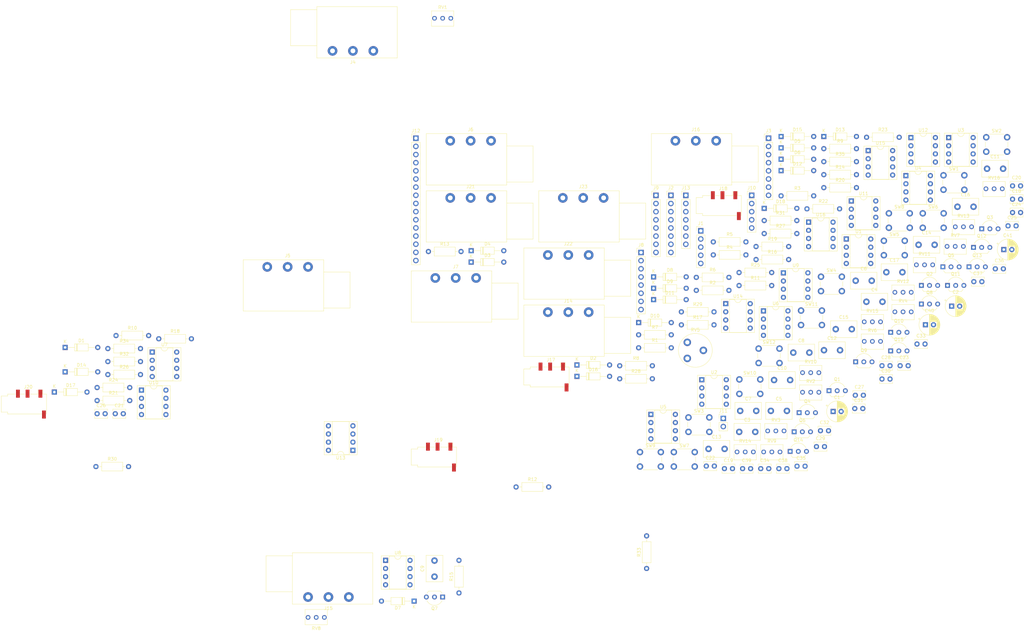
<source format=kicad_pcb>
(kicad_pcb (version 20171130) (host pcbnew 5.1.6)
  (layers (0 F.Cu signal) (31 B.Cu signal) (34 B.Paste user) (35 F.Paste user) (36 B.SilkS user) (37 F.SilkS user) (38 B.Mask user) (39 F.Mask user) (44 Edge.Cuts user))
  (net 0 "")
  (net 1 "Net-(C1-Pad1)")
  (net 2 "Net-(C1-Pad2)")
  (net 3 GND)
  (net 4 -5V)
  (net 5 "Net-(C3-Pad1)")
  (net 6 "Net-(C4-Pad1)")
  (net 7 "Net-(C5-Pad1)")
  (net 8 "Net-(C6-Pad1)")
  (net 9 "Net-(C7-Pad1)")
  (net 10 "Net-(C8-Pad1)")
  (net 11 "Net-(C9-Pad1)")
  (net 12 "Net-(C10-Pad1)")
  (net 13 "Net-(C11-Pad1)")
  (net 14 "Net-(C12-Pad1)")
  (net 15 "Net-(C13-Pad1)")
  (net 16 "Net-(C14-Pad1)")
  (net 17 "Net-(C15-Pad1)")
  (net 18 "Net-(C16-Pad1)")
  (net 19 "Net-(C17-Pad1)")
  (net 20 +5V)
  (net 21 "Net-(D1-Pad2)")
  (net 22 "Net-(D2-Pad2)")
  (net 23 "Net-(D3-Pad2)")
  (net 24 "Net-(D4-Pad2)")
  (net 25 "Net-(D5-Pad2)")
  (net 26 "Net-(D6-Pad2)")
  (net 27 "Net-(D7-Pad2)")
  (net 28 "Net-(D8-Pad1)")
  (net 29 C1)
  (net 30 "Net-(D9-Pad2)")
  (net 31 "Net-(D10-Pad2)")
  (net 32 "Net-(D11-Pad2)")
  (net 33 C2)
  (net 34 "Net-(D12-Pad1)")
  (net 35 C3)
  (net 36 "Net-(D13-Pad1)")
  (net 37 "Net-(D14-Pad2)")
  (net 38 "Net-(D15-Pad2)")
  (net 39 "Net-(D16-Pad2)")
  (net 40 "Net-(D17-Pad2)")
  (net 41 "Net-(D18-Pad2)")
  (net 42 CRASH_EDGE_2)
  (net 43 CRASH_EDGE)
  (net 44 BELL_SWITCH)
  (net 45 CRASH_CHOKE_2)
  (net 46 CRASH_CHOKE)
  (net 47 HH_PEDAL)
  (net 48 HH)
  (net 49 SHELL_SNARE)
  (net 50 SNARE)
  (net 51 TOM3)
  (net 52 TOM2)
  (net 53 TOM1)
  (net 54 KICK)
  (net 55 C_KICK)
  (net 56 C_TOM1)
  (net 57 C_TOM2)
  (net 58 C_TOM3)
  (net 59 C_SNARE)
  (net 60 C_SHELL_SNARE)
  (net 61 C_HH)
  (net 62 C_CRASH)
  (net 63 "Net-(J4-PadT)")
  (net 64 "Net-(J4-PadS)")
  (net 65 "Net-(J5-PadT)")
  (net 66 "Net-(J5-PadS)")
  (net 67 "Net-(J6-PadS)")
  (net 68 "Net-(J6-PadT)")
  (net 69 "Net-(J7-PadS)")
  (net 70 "Net-(J7-PadT)")
  (net 71 CRASH)
  (net 72 CRASH_2)
  (net 73 RIDE)
  (net 74 BELL)
  (net 75 TOM4)
  (net 76 COWBELL)
  (net 77 PER)
  (net 78 PER_2)
  (net 79 "Net-(J9-Pad8)")
  (net 80 C_PER_2)
  (net 81 C_PER)
  (net 82 C_COWBELL)
  (net 83 C_TOM4)
  (net 84 C_BELL)
  (net 85 C_RIDE)
  (net 86 C_CRASH_2)
  (net 87 "Net-(J10-Pad1)")
  (net 88 "Net-(J10-Pad2)")
  (net 89 "Net-(J10-Pad3)")
  (net 90 "Net-(J10-Pad4)")
  (net 91 "Net-(J11-Pad1)")
  (net 92 "Net-(J11-Pad2)")
  (net 93 "Net-(J12-Pad3)")
  (net 94 "Net-(J12-Pad7)")
  (net 95 "Net-(J12-Pad8)")
  (net 96 "Net-(J12-Pad9)")
  (net 97 "Net-(J12-Pad10)")
  (net 98 "Net-(J12-Pad15)")
  (net 99 R1)
  (net 100 R2)
  (net 101 R3)
  (net 102 R4)
  (net 103 "Net-(J14-PadS)")
  (net 104 "Net-(J14-PadT)")
  (net 105 "Net-(J15-PadT)")
  (net 106 "Net-(J15-PadS)")
  (net 107 HH_EDGE)
  (net 108 "Net-(J16-PadS)")
  (net 109 "Net-(J17-PadT)")
  (net 110 "Net-(J18-PadS)")
  (net 111 "Net-(J19-PadS)")
  (net 112 "Net-(J20-PadR)")
  (net 113 "Net-(J20-PadS)")
  (net 114 "Net-(J21-PadT)")
  (net 115 "Net-(J21-PadS)")
  (net 116 "Net-(J22-PadS)")
  (net 117 "Net-(J22-PadT)")
  (net 118 "Net-(J23-PadS)")
  (net 119 "Net-(J23-PadT)")
  (net 120 "Net-(Q1-Pad2)")
  (net 121 "Net-(Q2-Pad2)")
  (net 122 "Net-(Q3-Pad2)")
  (net 123 "Net-(Q4-Pad2)")
  (net 124 "Net-(Q5-Pad2)")
  (net 125 "Net-(Q6-Pad2)")
  (net 126 "Net-(Q7-Pad2)")
  (net 127 "Net-(Q8-Pad2)")
  (net 128 "Net-(Q9-Pad2)")
  (net 129 "Net-(Q10-Pad2)")
  (net 130 "Net-(Q11-Pad2)")
  (net 131 "Net-(Q12-Pad2)")
  (net 132 "Net-(Q13-Pad2)")
  (net 133 "Net-(Q14-Pad2)")
  (net 134 "Net-(Q15-Pad2)")
  (net 135 "Net-(RV1-Pad2)")
  (net 136 "Net-(RV2-Pad2)")
  (net 137 "Net-(RV3-Pad2)")
  (net 138 "Net-(RV4-Pad2)")
  (net 139 "Net-(RV6-Pad2)")
  (net 140 "Net-(RV7-Pad2)")
  (net 141 "Net-(RV8-Pad2)")
  (net 142 "Net-(RV9-Pad2)")
  (net 143 "Net-(RV10-Pad2)")
  (net 144 "Net-(RV11-Pad2)")
  (net 145 "Net-(RV12-Pad2)")
  (net 146 "Net-(RV13-Pad2)")
  (net 147 "Net-(RV14-Pad2)")
  (net 148 "Net-(RV15-Pad2)")
  (net 149 "Net-(RV16-Pad2)")
  (net 150 "Net-(U1-Pad7)")
  (net 151 "Net-(U1-Pad6)")
  (net 152 "Net-(U1-Pad1)")
  (net 153 "Net-(U12-Pad8)")
  (module Package_DIP:DIP-8_W7.62mm_Socket (layer F.Cu) (at 55.88 25.4)
    (fp_text reference U8 (at 3.81 -2.33) (layer F.SilkS))
    (fp_text value TL082)
    (pad 8 thru_hole oval (at 7.62 0) (size 1.6 1.6) (drill 0.8) (layers *.Cu *.Mask) (net 20 +5V))
    (pad 4 thru_hole oval (at 0 7.62) (size 1.6 1.6) (drill 0.8) (layers *.Cu *.Mask) (net 4 -5V))
    (pad 7 thru_hole oval (at 7.62 2.54) (size 1.6 1.6) (drill 0.8) (layers *.Cu *.Mask) (net 54 KICK))
    (pad 3 thru_hole oval (at 0 5.08) (size 1.6 1.6) (drill 0.8) (layers *.Cu *.Mask) (net 141 "Net-(RV8-Pad2)"))
    (pad 6 thru_hole oval (at 7.62 5.08) (size 1.6 1.6) (drill 0.8) (layers *.Cu *.Mask) (net 54 KICK))
    (pad 2 thru_hole oval (at 0 2.54) (size 1.6 1.6) (drill 0.8) (layers *.Cu *.Mask) (net 11 "Net-(C9-Pad1)"))
    (pad 5 thru_hole oval (at 7.62 7.62) (size 1.6 1.6) (drill 0.8) (layers *.Cu *.Mask) (net 11 "Net-(C9-Pad1)"))
    (pad 1 thru_hole rect (at 0 0) (size 1.6 1.6) (drill 0.8) (layers *.Cu *.Mask) (net 27 "Net-(D7-Pad2)"))
  )
  (module Connector_Audio:Jack_6.35mm_Neutrik_NRJ6HM-1-AU_Horizontal (layer F.Cu) (at 44.45 36.83 180)
    (fp_text reference J15 (at 6.35 -3.5) (layer F.SilkS))
    (fp_text value 6.5mm)
    (pad T thru_hole circle (at 0 0 180) (size 3 3) (drill 1.5) (layers *.Cu *.Mask) (net 105 "Net-(J15-PadT)"))
    (pad S thru_hole circle (at 12.7 0 180) (size 3 3) (drill 1.5) (layers *.Cu *.Mask) (net 106 "Net-(J15-PadS)"))
    (pad G thru_hole circle (at 6.35 0 180) (size 3 3) (drill 1.5) (layers *.Cu *.Mask) (net 3 GND))
  )
  (module Capacitor_THT:CP_Radial_D6.3mm_P2.50mm (layer F.Cu) (at 195.230242 -20.984999)
    (fp_text reference C1 (at 1.25 -4.4) (layer F.SilkS))
    (fp_text value 10u)
    (pad 1 thru_hole rect (at 0 0) (size 1.6 1.6) (drill 0.8) (layers *.Cu *.Mask) (net 1 "Net-(C1-Pad1)"))
    (pad 2 thru_hole circle (at 2.5 0) (size 1.6 1.6) (drill 0.8) (layers *.Cu *.Mask) (net 2 "Net-(C1-Pad2)"))
  )
  (module Capacitor_THT:CP_Radial_D6.3mm_P2.50mm (layer F.Cu) (at 232.130242 -53.794999)
    (fp_text reference C2 (at 1.25 -4.4) (layer F.SilkS))
    (fp_text value 10u)
    (pad 2 thru_hole circle (at 2.5 0) (size 1.6 1.6) (drill 0.8) (layers *.Cu *.Mask) (net 3 GND))
    (pad 1 thru_hole rect (at 0 0) (size 1.6 1.6) (drill 0.8) (layers *.Cu *.Mask) (net 4 -5V))
  )
  (module Capacitor_THT:C_Disc_D8.0mm_W5.0mm_P5.00mm (layer F.Cu) (at 165.995001 -14.624999)
    (fp_text reference C3 (at 2.5 -3.75) (layer F.SilkS))
    (fp_text value 1u)
    (pad 2 thru_hole circle (at 5 0) (size 2 2) (drill 1) (layers *.Cu *.Mask) (net 3 GND))
    (pad 1 thru_hole circle (at 0 0) (size 2 2) (drill 1) (layers *.Cu *.Mask) (net 5 "Net-(C3-Pad1)"))
  )
  (module Capacitor_THT:C_Disc_D8.0mm_W5.0mm_P5.00mm (layer F.Cu) (at 205.595001 -55.174999)
    (fp_text reference C4 (at 2.5 -3.75) (layer F.SilkS))
    (fp_text value 1u)
    (pad 2 thru_hole circle (at 5 0) (size 2 2) (drill 1) (layers *.Cu *.Mask) (net 3 GND))
    (pad 1 thru_hole circle (at 0 0) (size 2 2) (drill 1) (layers *.Cu *.Mask) (net 6 "Net-(C4-Pad1)"))
  )
  (module Capacitor_THT:C_Disc_D8.0mm_W5.0mm_P5.00mm (layer F.Cu) (at 175.845001 -21.174999)
    (fp_text reference C5 (at 2.5 -3.75) (layer F.SilkS))
    (fp_text value 1u)
    (pad 1 thru_hole circle (at 0 0) (size 2 2) (drill 1) (layers *.Cu *.Mask) (net 7 "Net-(C5-Pad1)"))
    (pad 2 thru_hole circle (at 5 0) (size 2 2) (drill 1) (layers *.Cu *.Mask) (net 3 GND))
  )
  (module Capacitor_THT:C_Disc_D8.0mm_W5.0mm_P5.00mm (layer F.Cu) (at 202.255001 -61.724999)
    (fp_text reference C6 (at 2.5 -3.75) (layer F.SilkS))
    (fp_text value 1u)
    (pad 1 thru_hole circle (at 0 0) (size 2 2) (drill 1) (layers *.Cu *.Mask) (net 8 "Net-(C6-Pad1)"))
    (pad 2 thru_hole circle (at 5 0) (size 2 2) (drill 1) (layers *.Cu *.Mask) (net 3 GND))
  )
  (module Capacitor_THT:C_Disc_D8.0mm_W5.0mm_P5.00mm (layer F.Cu) (at 166.295001 -21.174999)
    (fp_text reference C7 (at 2.5 -3.75) (layer F.SilkS))
    (fp_text value 1u)
    (pad 2 thru_hole circle (at 5 0) (size 2 2) (drill 1) (layers *.Cu *.Mask) (net 3 GND))
    (pad 1 thru_hole circle (at 0 0) (size 2 2) (drill 1) (layers *.Cu *.Mask) (net 9 "Net-(C7-Pad1)"))
  )
  (module Capacitor_THT:C_Disc_D8.0mm_W5.0mm_P5.00mm (layer F.Cu) (at 182.835001 -39.324999)
    (fp_text reference C8 (at 2.5 -3.75) (layer F.SilkS))
    (fp_text value 1u)
    (pad 2 thru_hole circle (at 5 0) (size 2 2) (drill 1) (layers *.Cu *.Mask) (net 3 GND))
    (pad 1 thru_hole circle (at 0 0) (size 2 2) (drill 1) (layers *.Cu *.Mask) (net 10 "Net-(C8-Pad1)"))
  )
  (module Capacitor_THT:C_Disc_D8.0mm_W5.0mm_P5.00mm (layer F.Cu) (at 71.12 30.48 90)
    (fp_text reference C9 (at 2.5 -3.75 90) (layer F.SilkS))
    (fp_text value 1u)
    (pad 1 thru_hole circle (at 0 0 90) (size 2 2) (drill 1) (layers *.Cu *.Mask) (net 11 "Net-(C9-Pad1)"))
    (pad 2 thru_hole circle (at 5 0 90) (size 2 2) (drill 1) (layers *.Cu *.Mask) (net 3 GND))
  )
  (module Capacitor_THT:C_Disc_D8.0mm_W5.0mm_P5.00mm (layer F.Cu) (at 176.845001 -30.774999)
    (fp_text reference C10 (at 2.5 -3.75) (layer F.SilkS))
    (fp_text value 1u)
    (pad 1 thru_hole circle (at 0 0) (size 2 2) (drill 1) (layers *.Cu *.Mask) (net 12 "Net-(C10-Pad1)"))
    (pad 2 thru_hole circle (at 5 0) (size 2 2) (drill 1) (layers *.Cu *.Mask) (net 3 GND))
  )
  (module Capacitor_THT:C_Disc_D8.0mm_W5.0mm_P5.00mm (layer F.Cu) (at 243.155001 -96.624999)
    (fp_text reference C11 (at 2.5 -3.75) (layer F.SilkS))
    (fp_text value 1u)
    (pad 1 thru_hole circle (at 0 0) (size 2 2) (drill 1) (layers *.Cu *.Mask) (net 13 "Net-(C11-Pad1)"))
    (pad 2 thru_hole circle (at 5 0) (size 2 2) (drill 1) (layers *.Cu *.Mask) (net 3 GND))
  )
  (module Capacitor_THT:C_Disc_D8.0mm_W5.0mm_P5.00mm (layer F.Cu) (at 192.385001 -40.074999)
    (fp_text reference C12 (at 2.5 -3.75) (layer F.SilkS))
    (fp_text value 1u)
    (pad 2 thru_hole circle (at 5 0) (size 2 2) (drill 1) (layers *.Cu *.Mask) (net 3 GND))
    (pad 1 thru_hole circle (at 0 0) (size 2 2) (drill 1) (layers *.Cu *.Mask) (net 14 "Net-(C12-Pad1)"))
  )
  (module Capacitor_THT:C_Disc_D8.0mm_W5.0mm_P5.00mm (layer F.Cu) (at 156.445001 -9.324999)
    (fp_text reference C13 (at 2.5 -3.75) (layer F.SilkS))
    (fp_text value 1u)
    (pad 1 thru_hole circle (at 0 0) (size 2 2) (drill 1) (layers *.Cu *.Mask) (net 15 "Net-(C13-Pad1)"))
    (pad 2 thru_hole circle (at 5 0) (size 2 2) (drill 1) (layers *.Cu *.Mask) (net 3 GND))
  )
  (module Capacitor_THT:C_Disc_D8.0mm_W5.0mm_P5.00mm (layer F.Cu) (at 221.835001 -72.924999)
    (fp_text reference C14 (at 2.5 -3.75) (layer F.SilkS))
    (fp_text value 1u)
    (pad 2 thru_hole circle (at 5 0) (size 2 2) (drill 1) (layers *.Cu *.Mask) (net 3 GND))
    (pad 1 thru_hole circle (at 0 0) (size 2 2) (drill 1) (layers *.Cu *.Mask) (net 16 "Net-(C14-Pad1)"))
  )
  (module Capacitor_THT:C_Disc_D8.0mm_W5.0mm_P5.00mm (layer F.Cu) (at 196.045001 -46.624999)
    (fp_text reference C15 (at 2.5 -3.75) (layer F.SilkS))
    (fp_text value 1u)
    (pad 1 thru_hole circle (at 0 0) (size 2 2) (drill 1) (layers *.Cu *.Mask) (net 17 "Net-(C15-Pad1)"))
    (pad 2 thru_hole circle (at 5 0) (size 2 2) (drill 1) (layers *.Cu *.Mask) (net 3 GND))
  )
  (module Capacitor_THT:C_Disc_D8.0mm_W5.0mm_P5.00mm (layer F.Cu) (at 233.945001 -84.774999)
    (fp_text reference C16 (at 2.5 -3.75) (layer F.SilkS))
    (fp_text value 1u)
    (pad 2 thru_hole circle (at 5 0) (size 2 2) (drill 1) (layers *.Cu *.Mask) (net 3 GND))
    (pad 1 thru_hole circle (at 0 0) (size 2 2) (drill 1) (layers *.Cu *.Mask) (net 18 "Net-(C16-Pad1)"))
  )
  (module Capacitor_THT:C_Disc_D8.0mm_W5.0mm_P5.00mm (layer F.Cu) (at 211.805001 -64.374999)
    (fp_text reference C17 (at 2.5 -3.75) (layer F.SilkS))
    (fp_text value 1u)
    (pad 1 thru_hole circle (at 0 0) (size 2 2) (drill 1) (layers *.Cu *.Mask) (net 19 "Net-(C17-Pad1)"))
    (pad 2 thru_hole circle (at 5 0) (size 2 2) (drill 1) (layers *.Cu *.Mask) (net 3 GND))
  )
  (module Capacitor_THT:C_Disc_D3.8mm_W2.6mm_P2.50mm (layer F.Cu) (at 251.095001 -87.124999)
    (fp_text reference C18 (at 1.25 -2.55) (layer F.SilkS))
    (fp_text value 100n)
    (pad 2 thru_hole circle (at 2.5 0) (size 1.6 1.6) (drill 0.8) (layers *.Cu *.Mask) (net 3 GND))
    (pad 1 thru_hole circle (at 0 0) (size 1.6 1.6) (drill 0.8) (layers *.Cu *.Mask) (net 20 +5V))
  )
  (module Capacitor_THT:C_Disc_D3.8mm_W2.6mm_P2.50mm (layer F.Cu) (at 161.395001 -3.174999)
    (fp_text reference C19 (at 1.25 -2.55) (layer F.SilkS))
    (fp_text value 100n)
    (pad 1 thru_hole circle (at 0 0) (size 1.6 1.6) (drill 0.8) (layers *.Cu *.Mask) (net 3 GND))
    (pad 2 thru_hole circle (at 2.5 0) (size 1.6 1.6) (drill 0.8) (layers *.Cu *.Mask) (net 4 -5V))
  )
  (module Capacitor_THT:C_Disc_D3.8mm_W2.6mm_P2.50mm (layer F.Cu) (at 251.095001 -91.274999)
    (fp_text reference C20 (at 1.25 -2.55) (layer F.SilkS))
    (fp_text value 100n)
    (pad 1 thru_hole circle (at 0 0) (size 1.6 1.6) (drill 0.8) (layers *.Cu *.Mask) (net 20 +5V))
    (pad 2 thru_hole circle (at 2.5 0) (size 1.6 1.6) (drill 0.8) (layers *.Cu *.Mask) (net 3 GND))
  )
  (module Capacitor_THT:C_Disc_D3.8mm_W2.6mm_P2.50mm (layer F.Cu) (at -28.274999 -20.284999)
    (fp_text reference C21 (at 1.25 -2.55) (layer F.SilkS))
    (fp_text value 100n)
    (pad 2 thru_hole circle (at 2.5 0) (size 1.6 1.6) (drill 0.8) (layers *.Cu *.Mask) (net 4 -5V))
    (pad 1 thru_hole circle (at 0 0) (size 1.6 1.6) (drill 0.8) (layers *.Cu *.Mask) (net 3 GND))
  )
  (module Capacitor_THT:C_Disc_D3.8mm_W2.6mm_P2.50mm (layer F.Cu) (at 155.745001 -3.974999)
    (fp_text reference C22 (at 1.25 -2.55) (layer F.SilkS))
    (fp_text value 100n)
    (pad 2 thru_hole circle (at 2.5 0) (size 1.6 1.6) (drill 0.8) (layers *.Cu *.Mask) (net 3 GND))
    (pad 1 thru_hole circle (at 0 0) (size 1.6 1.6) (drill 0.8) (layers *.Cu *.Mask) (net 20 +5V))
  )
  (module Capacitor_THT:C_Disc_D3.8mm_W2.6mm_P2.50mm (layer F.Cu) (at 216.095001 -35.244999)
    (fp_text reference C23 (at 1.25 -2.55) (layer F.SilkS))
    (fp_text value 100n)
    (pad 1 thru_hole circle (at 0 0) (size 1.6 1.6) (drill 0.8) (layers *.Cu *.Mask) (net 3 GND))
    (pad 2 thru_hole circle (at 2.5 0) (size 1.6 1.6) (drill 0.8) (layers *.Cu *.Mask) (net 4 -5V))
  )
  (module Capacitor_THT:C_Disc_D3.8mm_W2.6mm_P2.50mm (layer F.Cu) (at 251.095001 -82.974999)
    (fp_text reference C24 (at 1.25 -2.55) (layer F.SilkS))
    (fp_text value 100n)
    (pad 1 thru_hole circle (at 0 0) (size 1.6 1.6) (drill 0.8) (layers *.Cu *.Mask) (net 20 +5V))
    (pad 2 thru_hole circle (at 2.5 0) (size 1.6 1.6) (drill 0.8) (layers *.Cu *.Mask) (net 3 GND))
  )
  (module Capacitor_THT:C_Disc_D3.8mm_W2.6mm_P2.50mm (layer F.Cu) (at 249.695001 -78.824999)
    (fp_text reference C25 (at 1.25 -2.55) (layer F.SilkS))
    (fp_text value 100n)
    (pad 2 thru_hole circle (at 2.5 0) (size 1.6 1.6) (drill 0.8) (layers *.Cu *.Mask) (net 4 -5V))
    (pad 1 thru_hole circle (at 0 0) (size 1.6 1.6) (drill 0.8) (layers *.Cu *.Mask) (net 3 GND))
  )
  (module Capacitor_THT:C_Disc_D3.8mm_W2.6mm_P2.50mm (layer F.Cu) (at -33.924999 -20.284999)
    (fp_text reference C26 (at 1.25 -2.55) (layer F.SilkS))
    (fp_text value 100n)
    (pad 2 thru_hole circle (at 2.5 0) (size 1.6 1.6) (drill 0.8) (layers *.Cu *.Mask) (net 3 GND))
    (pad 1 thru_hole circle (at 0 0) (size 1.6 1.6) (drill 0.8) (layers *.Cu *.Mask) (net 20 +5V))
  )
  (module Capacitor_THT:C_Disc_D3.8mm_W2.6mm_P2.50mm (layer F.Cu) (at 202.145001 -26.044999)
    (fp_text reference C27 (at 1.25 -2.55) (layer F.SilkS))
    (fp_text value 100n)
    (pad 1 thru_hole circle (at 0 0) (size 1.6 1.6) (drill 0.8) (layers *.Cu *.Mask) (net 3 GND))
    (pad 2 thru_hole circle (at 2.5 0) (size 1.6 1.6) (drill 0.8) (layers *.Cu *.Mask) (net 4 -5V))
  )
  (module Capacitor_THT:C_Disc_D3.8mm_W2.6mm_P2.50mm (layer F.Cu) (at 210.445001 -35.244999)
    (fp_text reference C28 (at 1.25 -2.55) (layer F.SilkS))
    (fp_text value 100n)
    (pad 1 thru_hole circle (at 0 0) (size 1.6 1.6) (drill 0.8) (layers *.Cu *.Mask) (net 20 +5V))
    (pad 2 thru_hole circle (at 2.5 0) (size 1.6 1.6) (drill 0.8) (layers *.Cu *.Mask) (net 3 GND))
  )
  (module Capacitor_THT:C_Disc_D3.8mm_W2.6mm_P2.50mm (layer F.Cu) (at 190.045001 -10.034999)
    (fp_text reference C29 (at 1.25 -2.55) (layer F.SilkS))
    (fp_text value 100n)
    (pad 2 thru_hole circle (at 2.5 0) (size 1.6 1.6) (drill 0.8) (layers *.Cu *.Mask) (net 4 -5V))
    (pad 1 thru_hole circle (at 0 0) (size 1.6 1.6) (drill 0.8) (layers *.Cu *.Mask) (net 3 GND))
  )
  (module Capacitor_THT:C_Disc_D3.8mm_W2.6mm_P2.50mm (layer F.Cu) (at 210.445001 -31.094999)
    (fp_text reference C30 (at 1.25 -2.55) (layer F.SilkS))
    (fp_text value 100n)
    (pad 1 thru_hole circle (at 0 0) (size 1.6 1.6) (drill 0.8) (layers *.Cu *.Mask) (net 20 +5V))
    (pad 2 thru_hole circle (at 2.5 0) (size 1.6 1.6) (drill 0.8) (layers *.Cu *.Mask) (net 3 GND))
  )
  (module Capacitor_THT:C_Disc_D3.8mm_W2.6mm_P2.50mm (layer F.Cu) (at 201.975001 -21.894999)
    (fp_text reference C31 (at 1.25 -2.55) (layer F.SilkS))
    (fp_text value 100n)
    (pad 2 thru_hole circle (at 2.5 0) (size 1.6 1.6) (drill 0.8) (layers *.Cu *.Mask) (net 4 -5V))
    (pad 1 thru_hole circle (at 0 0) (size 1.6 1.6) (drill 0.8) (layers *.Cu *.Mask) (net 3 GND))
  )
  (module Capacitor_THT:C_Disc_D3.8mm_W2.6mm_P2.50mm (layer F.Cu) (at 191.295001 -14.984999)
    (fp_text reference C32 (at 1.25 -2.55) (layer F.SilkS))
    (fp_text value 100n)
    (pad 2 thru_hole circle (at 2.5 0) (size 1.6 1.6) (drill 0.8) (layers *.Cu *.Mask) (net 3 GND))
    (pad 1 thru_hole circle (at 0 0) (size 1.6 1.6) (drill 0.8) (layers *.Cu *.Mask) (net 20 +5V))
  )
  (module Capacitor_THT:C_Disc_D3.8mm_W2.6mm_P2.50mm (layer F.Cu) (at 221.345001 -42.004999)
    (fp_text reference C33 (at 1.25 -2.55) (layer F.SilkS))
    (fp_text value 100n)
    (pad 1 thru_hole circle (at 0 0) (size 1.6 1.6) (drill 0.8) (layers *.Cu *.Mask) (net 3 GND))
    (pad 2 thru_hole circle (at 2.5 0) (size 1.6 1.6) (drill 0.8) (layers *.Cu *.Mask) (net 4 -5V))
  )
  (module Capacitor_THT:C_Disc_D3.8mm_W2.6mm_P2.50mm (layer F.Cu) (at 172.695001 -3.174999)
    (fp_text reference C34 (at 1.25 -2.55) (layer F.SilkS))
    (fp_text value 100n)
    (pad 2 thru_hole circle (at 2.5 0) (size 1.6 1.6) (drill 0.8) (layers *.Cu *.Mask) (net 3 GND))
    (pad 1 thru_hole circle (at 0 0) (size 1.6 1.6) (drill 0.8) (layers *.Cu *.Mask) (net 20 +5V))
  )
  (module Capacitor_THT:C_Disc_D3.8mm_W2.6mm_P2.50mm (layer F.Cu) (at 183.995001 -3.934999)
    (fp_text reference C35 (at 1.25 -2.55) (layer F.SilkS))
    (fp_text value 100n)
    (pad 1 thru_hole circle (at 0 0) (size 1.6 1.6) (drill 0.8) (layers *.Cu *.Mask) (net 3 GND))
    (pad 2 thru_hole circle (at 2.5 0) (size 1.6 1.6) (drill 0.8) (layers *.Cu *.Mask) (net 4 -5V))
  )
  (module Capacitor_THT:C_Disc_D3.8mm_W2.6mm_P2.50mm (layer F.Cu) (at 245.735001 -65.434999)
    (fp_text reference C36 (at 1.25 -2.55) (layer F.SilkS))
    (fp_text value 10u)
    (pad 1 thru_hole circle (at 0 0) (size 1.6 1.6) (drill 0.8) (layers *.Cu *.Mask) (net 20 +5V))
    (pad 2 thru_hole circle (at 2.5 0) (size 1.6 1.6) (drill 0.8) (layers *.Cu *.Mask) (net 3 GND))
  )
  (module Capacitor_THT:C_Disc_D3.8mm_W2.6mm_P2.50mm (layer F.Cu) (at 239.045001 -61.434999)
    (fp_text reference C37 (at 1.25 -2.55) (layer F.SilkS))
    (fp_text value 10u)
    (pad 2 thru_hole circle (at 2.5 0) (size 1.6 1.6) (drill 0.8) (layers *.Cu *.Mask) (net 4 -5V))
    (pad 1 thru_hole circle (at 0 0) (size 1.6 1.6) (drill 0.8) (layers *.Cu *.Mask) (net 3 GND))
  )
  (module Capacitor_THT:C_Disc_D3.8mm_W2.6mm_P2.50mm (layer F.Cu) (at 178.345001 -3.174999)
    (fp_text reference C38 (at 1.25 -2.55) (layer F.SilkS))
    (fp_text value 100n)
    (pad 1 thru_hole circle (at 0 0) (size 1.6 1.6) (drill 0.8) (layers *.Cu *.Mask) (net 20 +5V))
    (pad 2 thru_hole circle (at 2.5 0) (size 1.6 1.6) (drill 0.8) (layers *.Cu *.Mask) (net 3 GND))
  )
  (module Capacitor_THT:C_Disc_D3.8mm_W2.6mm_P2.50mm (layer F.Cu) (at 167.045001 -3.174999)
    (fp_text reference C39 (at 1.25 -2.55) (layer F.SilkS))
    (fp_text value 100n)
    (pad 2 thru_hole circle (at 2.5 0) (size 1.6 1.6) (drill 0.8) (layers *.Cu *.Mask) (net 4 -5V))
    (pad 1 thru_hole circle (at 0 0) (size 1.6 1.6) (drill 0.8) (layers *.Cu *.Mask) (net 3 GND))
  )
  (module Capacitor_THT:CP_Radial_D6.3mm_P2.50mm (layer F.Cu) (at 223.980242 -48.004999)
    (fp_text reference C40 (at 1.25 -4.4) (layer F.SilkS))
    (fp_text value 10u)
    (pad 1 thru_hole rect (at 0 0) (size 1.6 1.6) (drill 0.8) (layers *.Cu *.Mask) (net 20 +5V))
    (pad 2 thru_hole circle (at 2.5 0) (size 1.6 1.6) (drill 0.8) (layers *.Cu *.Mask) (net 3 GND))
  )
  (module Capacitor_THT:CP_Radial_D6.3mm_P2.50mm (layer F.Cu) (at 248.370242 -71.434999)
    (fp_text reference C41 (at 1.25 -4.4) (layer F.SilkS))
    (fp_text value 10u)
    (pad 2 thru_hole circle (at 2.5 0) (size 1.6 1.6) (drill 0.8) (layers *.Cu *.Mask) (net 4 -5V))
    (pad 1 thru_hole rect (at 0 0) (size 1.6 1.6) (drill 0.8) (layers *.Cu *.Mask) (net 3 GND))
  )
  (module Diode_THT:D_DO-35_SOD27_P10.16mm_Horizontal (layer F.Cu) (at -43.884999 -40.934999)
    (fp_text reference D1 (at 5.08 -2.12) (layer F.SilkS))
    (fp_text value 1N4148)
    (fp_text user K (at 0 -1.8) (layer F.SilkS))
    (pad 1 thru_hole rect (at 0 0) (size 1.6 1.6) (drill 0.8) (layers *.Cu *.Mask) (net 5 "Net-(C3-Pad1)"))
    (pad 2 thru_hole oval (at 10.16 0) (size 1.6 1.6) (drill 0.8) (layers *.Cu *.Mask) (net 21 "Net-(D1-Pad2)"))
  )
  (module Diode_THT:D_DO-35_SOD27_P10.16mm_Horizontal (layer F.Cu) (at 115.475001 -35.474999)
    (fp_text reference D2 (at 5.08 -2.12) (layer F.SilkS))
    (fp_text value 1N4148)
    (fp_text user K (at 0 -1.8) (layer F.SilkS))
    (pad 1 thru_hole rect (at 0 0) (size 1.6 1.6) (drill 0.8) (layers *.Cu *.Mask) (net 6 "Net-(C4-Pad1)"))
    (pad 2 thru_hole oval (at 10.16 0) (size 1.6 1.6) (drill 0.8) (layers *.Cu *.Mask) (net 22 "Net-(D2-Pad2)"))
  )
  (module Diode_THT:D_DO-35_SOD27_P10.16mm_Horizontal (layer F.Cu) (at 82.535001 -67.524999)
    (fp_text reference D3 (at 5.08 -2.12) (layer F.SilkS))
    (fp_text value 1N4148)
    (fp_text user K (at 0 -1.8) (layer F.SilkS))
    (pad 2 thru_hole oval (at 10.16 0) (size 1.6 1.6) (drill 0.8) (layers *.Cu *.Mask) (net 23 "Net-(D3-Pad2)"))
    (pad 1 thru_hole rect (at 0 0) (size 1.6 1.6) (drill 0.8) (layers *.Cu *.Mask) (net 7 "Net-(C5-Pad1)"))
  )
  (module Diode_THT:D_DO-35_SOD27_P10.16mm_Horizontal (layer F.Cu) (at 82.535001 -71.074999)
    (fp_text reference D4 (at 5.08 -2.12) (layer F.SilkS))
    (fp_text value 1N4148)
    (fp_text user K (at 0 -1.8) (layer F.SilkS))
    (pad 2 thru_hole oval (at 10.16 0) (size 1.6 1.6) (drill 0.8) (layers *.Cu *.Mask) (net 24 "Net-(D4-Pad2)"))
    (pad 1 thru_hole rect (at 0 0) (size 1.6 1.6) (drill 0.8) (layers *.Cu *.Mask) (net 8 "Net-(C6-Pad1)"))
  )
  (module Diode_THT:D_DO-35_SOD27_P10.16mm_Horizontal (layer F.Cu) (at 179.025001 -103.124999)
    (fp_text reference D5 (at 5.08 -2.12) (layer F.SilkS))
    (fp_text value 1N4148)
    (fp_text user K (at 0 -1.8) (layer F.SilkS))
    (pad 1 thru_hole rect (at 0 0) (size 1.6 1.6) (drill 0.8) (layers *.Cu *.Mask) (net 9 "Net-(C7-Pad1)"))
    (pad 2 thru_hole oval (at 10.16 0) (size 1.6 1.6) (drill 0.8) (layers *.Cu *.Mask) (net 25 "Net-(D5-Pad2)"))
  )
  (module Diode_THT:D_DO-35_SOD27_P10.16mm_Horizontal (layer F.Cu) (at 179.025001 -99.574999)
    (fp_text reference D6 (at 5.08 -2.12) (layer F.SilkS))
    (fp_text value 1N4148)
    (fp_text user K (at 0 -1.8) (layer F.SilkS))
    (pad 2 thru_hole oval (at 10.16 0) (size 1.6 1.6) (drill 0.8) (layers *.Cu *.Mask) (net 26 "Net-(D6-Pad2)"))
    (pad 1 thru_hole rect (at 0 0) (size 1.6 1.6) (drill 0.8) (layers *.Cu *.Mask) (net 10 "Net-(C8-Pad1)"))
  )
  (module Diode_THT:D_DO-35_SOD27_P10.16mm_Horizontal (layer F.Cu) (at 64.77 38.1 180)
    (fp_text reference D7 (at 5.08 -2.12) (layer F.SilkS))
    (fp_text value 1N4148)
    (fp_text user K (at 0 -1.8) (layer F.SilkS))
    (pad 1 thru_hole rect (at 0 0 180) (size 1.6 1.6) (drill 0.8) (layers *.Cu *.Mask) (net 11 "Net-(C9-Pad1)"))
    (pad 2 thru_hole oval (at 10.16 0 180) (size 1.6 1.6) (drill 0.8) (layers *.Cu *.Mask) (net 27 "Net-(D7-Pad2)"))
  )
  (module Diode_THT:D_DO-35_SOD27_P10.16mm_Horizontal (layer F.Cu) (at 139.325001 -62.924999)
    (fp_text reference D8 (at 5.08 -2.12) (layer F.SilkS))
    (fp_text value 1N4148)
    (fp_text user K (at 0 -1.8) (layer F.SilkS))
    (pad 1 thru_hole rect (at 0 0) (size 1.6 1.6) (drill 0.8) (layers *.Cu *.Mask) (net 28 "Net-(D8-Pad1)"))
    (pad 2 thru_hole oval (at 10.16 0) (size 1.6 1.6) (drill 0.8) (layers *.Cu *.Mask) (net 29 C1))
  )
  (module Diode_THT:D_DO-35_SOD27_P10.16mm_Horizontal (layer F.Cu) (at 139.325001 -59.374999)
    (fp_text reference D9 (at 5.08 -2.12) (layer F.SilkS))
    (fp_text value 1N4148)
    (fp_text user K (at 0 -1.8) (layer F.SilkS))
    (pad 1 thru_hole rect (at 0 0) (size 1.6 1.6) (drill 0.8) (layers *.Cu *.Mask) (net 12 "Net-(C10-Pad1)"))
    (pad 2 thru_hole oval (at 10.16 0) (size 1.6 1.6) (drill 0.8) (layers *.Cu *.Mask) (net 30 "Net-(D9-Pad2)"))
  )
  (module Diode_THT:D_DO-35_SOD27_P10.16mm_Horizontal (layer F.Cu) (at 134.675001 -48.674999)
    (fp_text reference D10 (at 5.08 -2.12) (layer F.SilkS))
    (fp_text value 1N4148)
    (fp_text user K (at 0 -1.8) (layer F.SilkS))
    (pad 1 thru_hole rect (at 0 0) (size 1.6 1.6) (drill 0.8) (layers *.Cu *.Mask) (net 13 "Net-(C11-Pad1)"))
    (pad 2 thru_hole oval (at 10.16 0) (size 1.6 1.6) (drill 0.8) (layers *.Cu *.Mask) (net 31 "Net-(D10-Pad2)"))
  )
  (module Diode_THT:D_DO-35_SOD27_P10.16mm_Horizontal (layer F.Cu) (at 139.325001 -55.824999)
    (fp_text reference D11 (at 5.08 -2.12) (layer F.SilkS))
    (fp_text value 1N4148)
    (fp_text user K (at 0 -1.8) (layer F.SilkS))
    (pad 2 thru_hole oval (at 10.16 0) (size 1.6 1.6) (drill 0.8) (layers *.Cu *.Mask) (net 32 "Net-(D11-Pad2)"))
    (pad 1 thru_hole rect (at 0 0) (size 1.6 1.6) (drill 0.8) (layers *.Cu *.Mask) (net 14 "Net-(C12-Pad1)"))
  )
  (module Diode_THT:D_DO-35_SOD27_P10.16mm_Horizontal (layer F.Cu) (at 179.025001 -96.024999)
    (fp_text reference D12 (at 5.08 -2.12) (layer F.SilkS))
    (fp_text value 1N4148)
    (fp_text user K (at 0 -1.8) (layer F.SilkS))
    (pad 2 thru_hole oval (at 10.16 0) (size 1.6 1.6) (drill 0.8) (layers *.Cu *.Mask) (net 33 C2))
    (pad 1 thru_hole rect (at 0 0) (size 1.6 1.6) (drill 0.8) (layers *.Cu *.Mask) (net 34 "Net-(D12-Pad1)"))
  )
  (module Diode_THT:D_DO-35_SOD27_P10.16mm_Horizontal (layer F.Cu) (at 192.335001 -106.674999)
    (fp_text reference D13 (at 5.08 -2.12) (layer F.SilkS))
    (fp_text value 1N4148)
    (fp_text user K (at 0 -1.8) (layer F.SilkS))
    (pad 2 thru_hole oval (at 10.16 0) (size 1.6 1.6) (drill 0.8) (layers *.Cu *.Mask) (net 35 C3))
    (pad 1 thru_hole rect (at 0 0) (size 1.6 1.6) (drill 0.8) (layers *.Cu *.Mask) (net 36 "Net-(D13-Pad1)"))
  )
  (module Diode_THT:D_DO-35_SOD27_P10.16mm_Horizontal (layer F.Cu) (at -43.884999 -33.334999)
    (fp_text reference D14 (at 5.08 -2.12) (layer F.SilkS))
    (fp_text value 1N4148)
    (fp_text user K (at 0 -1.8) (layer F.SilkS))
    (pad 1 thru_hole rect (at 0 0) (size 1.6 1.6) (drill 0.8) (layers *.Cu *.Mask) (net 15 "Net-(C13-Pad1)"))
    (pad 2 thru_hole oval (at 10.16 0) (size 1.6 1.6) (drill 0.8) (layers *.Cu *.Mask) (net 37 "Net-(D14-Pad2)"))
  )
  (module Diode_THT:D_DO-35_SOD27_P10.16mm_Horizontal (layer F.Cu) (at 179.025001 -106.674999)
    (fp_text reference D15 (at 5.08 -2.12) (layer F.SilkS))
    (fp_text value 1N4148)
    (fp_text user K (at 0 -1.8) (layer F.SilkS))
    (pad 2 thru_hole oval (at 10.16 0) (size 1.6 1.6) (drill 0.8) (layers *.Cu *.Mask) (net 38 "Net-(D15-Pad2)"))
    (pad 1 thru_hole rect (at 0 0) (size 1.6 1.6) (drill 0.8) (layers *.Cu *.Mask) (net 16 "Net-(C14-Pad1)"))
  )
  (module Diode_THT:D_DO-35_SOD27_P10.16mm_Horizontal (layer F.Cu) (at 115.475001 -31.924999)
    (fp_text reference D16 (at 5.08 -2.12) (layer F.SilkS))
    (fp_text value 1N4148)
    (fp_text user K (at 0 -1.8) (layer F.SilkS))
    (pad 2 thru_hole oval (at 10.16 0) (size 1.6 1.6) (drill 0.8) (layers *.Cu *.Mask) (net 39 "Net-(D16-Pad2)"))
    (pad 1 thru_hole rect (at 0 0) (size 1.6 1.6) (drill 0.8) (layers *.Cu *.Mask) (net 17 "Net-(C15-Pad1)"))
  )
  (module Diode_THT:D_DO-35_SOD27_P10.16mm_Horizontal (layer F.Cu) (at -47.234999 -27.034999)
    (fp_text reference D17 (at 5.08 -2.12) (layer F.SilkS))
    (fp_text value 1N4148)
    (fp_text user K (at 0 -1.8) (layer F.SilkS))
    (pad 1 thru_hole rect (at 0 0) (size 1.6 1.6) (drill 0.8) (layers *.Cu *.Mask) (net 18 "Net-(C16-Pad1)"))
    (pad 2 thru_hole oval (at 10.16 0) (size 1.6 1.6) (drill 0.8) (layers *.Cu *.Mask) (net 40 "Net-(D17-Pad2)"))
  )
  (module Diode_THT:D_DO-35_SOD27_P10.16mm_Horizontal (layer F.Cu) (at 173.775001 -84.274999)
    (fp_text reference D18 (at 5.08 -2.12) (layer F.SilkS))
    (fp_text value 1N4148)
    (fp_text user K (at 0 -1.8) (layer F.SilkS))
    (pad 2 thru_hole oval (at 10.16 0) (size 1.6 1.6) (drill 0.8) (layers *.Cu *.Mask) (net 41 "Net-(D18-Pad2)"))
    (pad 1 thru_hole rect (at 0 0) (size 1.6 1.6) (drill 0.8) (layers *.Cu *.Mask) (net 19 "Net-(C17-Pad1)"))
  )
  (module Connector_PinHeader_2.54mm:PinHeader_1x05_P2.54mm_Vertical (layer F.Cu) (at 154.025001 -77.274999)
    (fp_text reference J1 (at 0 -2.33) (layer F.SilkS))
    (fp_text value Cymbal_Switches)
    (pad 5 thru_hole oval (at 0 10.16) (size 1.7 1.7) (drill 1) (layers *.Cu *.Mask) (net 42 CRASH_EDGE_2))
    (pad 4 thru_hole oval (at 0 7.62) (size 1.7 1.7) (drill 1) (layers *.Cu *.Mask) (net 43 CRASH_EDGE))
    (pad 3 thru_hole oval (at 0 5.08) (size 1.7 1.7) (drill 1) (layers *.Cu *.Mask) (net 44 BELL_SWITCH))
    (pad 2 thru_hole oval (at 0 2.54) (size 1.7 1.7) (drill 1) (layers *.Cu *.Mask) (net 45 CRASH_CHOKE_2))
    (pad 1 thru_hole rect (at 0 0) (size 1.7 1.7) (drill 1) (layers *.Cu *.Mask) (net 46 CRASH_CHOKE))
  )
  (module Connector_PinHeader_2.54mm:PinHeader_1x08_P2.54mm_Vertical (layer F.Cu) (at 144.725001 -88.324999)
    (fp_text reference J2 (at 0 -2.33) (layer F.SilkS))
    (fp_text value First_Analog_Channels)
    (pad 8 thru_hole oval (at 0 17.78) (size 1.7 1.7) (drill 1) (layers *.Cu *.Mask) (net 47 HH_PEDAL))
    (pad 7 thru_hole oval (at 0 15.24) (size 1.7 1.7) (drill 1) (layers *.Cu *.Mask) (net 48 HH))
    (pad 6 thru_hole oval (at 0 12.7) (size 1.7 1.7) (drill 1) (layers *.Cu *.Mask) (net 49 SHELL_SNARE))
    (pad 5 thru_hole oval (at 0 10.16) (size 1.7 1.7) (drill 1) (layers *.Cu *.Mask) (net 50 SNARE))
    (pad 4 thru_hole oval (at 0 7.62) (size 1.7 1.7) (drill 1) (layers *.Cu *.Mask) (net 51 TOM3))
    (pad 3 thru_hole oval (at 0 5.08) (size 1.7 1.7) (drill 1) (layers *.Cu *.Mask) (net 52 TOM2))
    (pad 2 thru_hole oval (at 0 2.54) (size 1.7 1.7) (drill 1) (layers *.Cu *.Mask) (net 53 TOM1))
    (pad 1 thru_hole rect (at 0 0) (size 1.7 1.7) (drill 1) (layers *.Cu *.Mask) (net 54 KICK))
  )
  (module Connector_PinHeader_2.54mm:PinHeader_1x08_P2.54mm_Vertical (layer F.Cu) (at 175.125001 -106.124999)
    (fp_text reference J3 (at 0 -2.33) (layer F.SilkS))
    (fp_text value Clear_Pins_Left)
    (pad 1 thru_hole rect (at 0 0) (size 1.7 1.7) (drill 1) (layers *.Cu *.Mask) (net 55 C_KICK))
    (pad 2 thru_hole oval (at 0 2.54) (size 1.7 1.7) (drill 1) (layers *.Cu *.Mask) (net 56 C_TOM1))
    (pad 3 thru_hole oval (at 0 5.08) (size 1.7 1.7) (drill 1) (layers *.Cu *.Mask) (net 57 C_TOM2))
    (pad 4 thru_hole oval (at 0 7.62) (size 1.7 1.7) (drill 1) (layers *.Cu *.Mask) (net 58 C_TOM3))
    (pad 5 thru_hole oval (at 0 10.16) (size 1.7 1.7) (drill 1) (layers *.Cu *.Mask) (net 59 C_SNARE))
    (pad 6 thru_hole oval (at 0 12.7) (size 1.7 1.7) (drill 1) (layers *.Cu *.Mask) (net 60 C_SHELL_SNARE))
    (pad 7 thru_hole oval (at 0 15.24) (size 1.7 1.7) (drill 1) (layers *.Cu *.Mask) (net 61 C_HH))
    (pad 8 thru_hole oval (at 0 17.78) (size 1.7 1.7) (drill 1) (layers *.Cu *.Mask) (net 62 C_CRASH))
  )
  (module Connector_Audio:Jack_6.35mm_Neutrik_NRJ6HM-1-AU_Horizontal (layer F.Cu) (at 52.07 -133.35 180)
    (fp_text reference J4 (at 6.35 -3.5) (layer F.SilkS))
    (fp_text value 6.5mm)
    (pad T thru_hole circle (at 0 0 180) (size 3 3) (drill 1.5) (layers *.Cu *.Mask) (net 63 "Net-(J4-PadT)"))
    (pad S thru_hole circle (at 12.7 0 180) (size 3 3) (drill 1.5) (layers *.Cu *.Mask) (net 64 "Net-(J4-PadS)"))
    (pad G thru_hole circle (at 6.35 0 180) (size 3 3) (drill 1.5) (layers *.Cu *.Mask) (net 3 GND))
  )
  (module Connector_Audio:Jack_6.35mm_Neutrik_NRJ6HM-1-AU_Horizontal (layer F.Cu) (at 19.05 -66.04)
    (fp_text reference J5 (at 6.35 -3.5) (layer F.SilkS))
    (fp_text value 6.5mm)
    (pad T thru_hole circle (at 0 0) (size 3 3) (drill 1.5) (layers *.Cu *.Mask) (net 65 "Net-(J5-PadT)"))
    (pad S thru_hole circle (at 12.7 0) (size 3 3) (drill 1.5) (layers *.Cu *.Mask) (net 66 "Net-(J5-PadS)"))
    (pad G thru_hole circle (at 6.35 0) (size 3 3) (drill 1.5) (layers *.Cu *.Mask) (net 3 GND))
  )
  (module Connector_Audio:Jack_6.35mm_Neutrik_NRJ6HM-1-AU_Horizontal (layer F.Cu) (at 76.025001 -105.334999)
    (fp_text reference J6 (at 6.35 -3.5) (layer F.SilkS))
    (fp_text value 6.5mm)
    (pad G thru_hole circle (at 6.35 0) (size 3 3) (drill 1.5) (layers *.Cu *.Mask) (net 3 GND))
    (pad S thru_hole circle (at 12.7 0) (size 3 3) (drill 1.5) (layers *.Cu *.Mask) (net 67 "Net-(J6-PadS)"))
    (pad T thru_hole circle (at 0 0) (size 3 3) (drill 1.5) (layers *.Cu *.Mask) (net 68 "Net-(J6-PadT)"))
  )
  (module Connector_Audio:Jack_6.35mm_Neutrik_NRJ6HM-1-AU_Horizontal (layer F.Cu) (at 71.375001 -62.584999)
    (fp_text reference J7 (at 6.35 -3.5) (layer F.SilkS))
    (fp_text value 6.5mm)
    (pad G thru_hole circle (at 6.35 0) (size 3 3) (drill 1.5) (layers *.Cu *.Mask) (net 3 GND))
    (pad S thru_hole circle (at 12.7 0) (size 3 3) (drill 1.5) (layers *.Cu *.Mask) (net 69 "Net-(J7-PadS)"))
    (pad T thru_hole circle (at 0 0) (size 3 3) (drill 1.5) (layers *.Cu *.Mask) (net 70 "Net-(J7-PadT)"))
  )
  (module Connector_PinHeader_2.54mm:PinHeader_1x08_P2.54mm_Vertical (layer F.Cu) (at 135.425001 -70.524999)
    (fp_text reference J8 (at 0 -2.33) (layer F.SilkS))
    (fp_text value Last_Analog_Channels)
    (pad 1 thru_hole rect (at 0 0) (size 1.7 1.7) (drill 1) (layers *.Cu *.Mask) (net 71 CRASH))
    (pad 2 thru_hole oval (at 0 2.54) (size 1.7 1.7) (drill 1) (layers *.Cu *.Mask) (net 72 CRASH_2))
    (pad 3 thru_hole oval (at 0 5.08) (size 1.7 1.7) (drill 1) (layers *.Cu *.Mask) (net 73 RIDE))
    (pad 4 thru_hole oval (at 0 7.62) (size 1.7 1.7) (drill 1) (layers *.Cu *.Mask) (net 74 BELL))
    (pad 5 thru_hole oval (at 0 10.16) (size 1.7 1.7) (drill 1) (layers *.Cu *.Mask) (net 75 TOM4))
    (pad 6 thru_hole oval (at 0 12.7) (size 1.7 1.7) (drill 1) (layers *.Cu *.Mask) (net 76 COWBELL))
    (pad 7 thru_hole oval (at 0 15.24) (size 1.7 1.7) (drill 1) (layers *.Cu *.Mask) (net 77 PER))
    (pad 8 thru_hole oval (at 0 17.78) (size 1.7 1.7) (drill 1) (layers *.Cu *.Mask) (net 78 PER_2))
  )
  (module Connector_PinHeader_2.54mm:PinHeader_1x08_P2.54mm_Vertical (layer F.Cu) (at 140.075001 -88.324999)
    (fp_text reference J9 (at 0 -2.33) (layer F.SilkS))
    (fp_text value Clear_Pins_Right)
    (pad 8 thru_hole oval (at 0 17.78) (size 1.7 1.7) (drill 1) (layers *.Cu *.Mask) (net 79 "Net-(J9-Pad8)"))
    (pad 7 thru_hole oval (at 0 15.24) (size 1.7 1.7) (drill 1) (layers *.Cu *.Mask) (net 80 C_PER_2))
    (pad 6 thru_hole oval (at 0 12.7) (size 1.7 1.7) (drill 1) (layers *.Cu *.Mask) (net 81 C_PER))
    (pad 5 thru_hole oval (at 0 10.16) (size 1.7 1.7) (drill 1) (layers *.Cu *.Mask) (net 82 C_COWBELL))
    (pad 4 thru_hole oval (at 0 7.62) (size 1.7 1.7) (drill 1) (layers *.Cu *.Mask) (net 83 C_TOM4))
    (pad 3 thru_hole oval (at 0 5.08) (size 1.7 1.7) (drill 1) (layers *.Cu *.Mask) (net 84 C_BELL))
    (pad 2 thru_hole oval (at 0 2.54) (size 1.7 1.7) (drill 1) (layers *.Cu *.Mask) (net 85 C_RIDE))
    (pad 1 thru_hole rect (at 0 0) (size 1.7 1.7) (drill 1) (layers *.Cu *.Mask) (net 86 C_CRASH_2))
  )
  (module Connector_PinHeader_2.54mm:PinHeader_1x05_P2.54mm_Vertical (layer F.Cu) (at 169.875001 -88.324999)
    (fp_text reference J10 (at 0 -2.33) (layer F.SilkS))
    (fp_text value 5_4_3_2_1)
    (pad 1 thru_hole rect (at 0 0) (size 1.7 1.7) (drill 1) (layers *.Cu *.Mask) (net 87 "Net-(J10-Pad1)"))
    (pad 2 thru_hole oval (at 0 2.54) (size 1.7 1.7) (drill 1) (layers *.Cu *.Mask) (net 88 "Net-(J10-Pad2)"))
    (pad 3 thru_hole oval (at 0 5.08) (size 1.7 1.7) (drill 1) (layers *.Cu *.Mask) (net 89 "Net-(J10-Pad3)"))
    (pad 4 thru_hole oval (at 0 7.62) (size 1.7 1.7) (drill 1) (layers *.Cu *.Mask) (net 90 "Net-(J10-Pad4)"))
    (pad 5 thru_hole oval (at 0 10.16) (size 1.7 1.7) (drill 1) (layers *.Cu *.Mask))
  )
  (module Connector_PinHeader_2.54mm:PinHeader_1x02_P2.54mm_Vertical (layer F.Cu) (at 161.045001 -18.824999)
    (fp_text reference J11 (at 0 -2.33) (layer F.SilkS))
    (fp_text value 12_11)
    (pad 1 thru_hole rect (at 0 0) (size 1.7 1.7) (drill 1) (layers *.Cu *.Mask) (net 91 "Net-(J11-Pad1)"))
    (pad 2 thru_hole oval (at 0 2.54) (size 1.7 1.7) (drill 1) (layers *.Cu *.Mask) (net 92 "Net-(J11-Pad2)"))
  )
  (module Connector_PinHeader_2.54mm:PinHeader_1x16_P2.54mm_Vertical (layer F.Cu) (at 65.325001 -106.124999)
    (fp_text reference J12 (at 0 -2.33) (layer F.SilkS))
    (fp_text value LCD)
    (pad 1 thru_hole rect (at 0 0) (size 1.7 1.7) (drill 1) (layers *.Cu *.Mask) (net 3 GND))
    (pad 2 thru_hole oval (at 0 2.54) (size 1.7 1.7) (drill 1) (layers *.Cu *.Mask) (net 20 +5V))
    (pad 3 thru_hole oval (at 0 5.08) (size 1.7 1.7) (drill 1) (layers *.Cu *.Mask) (net 93 "Net-(J12-Pad3)"))
    (pad 4 thru_hole oval (at 0 7.62) (size 1.7 1.7) (drill 1) (layers *.Cu *.Mask) (net 92 "Net-(J11-Pad2)"))
    (pad 5 thru_hole oval (at 0 10.16) (size 1.7 1.7) (drill 1) (layers *.Cu *.Mask) (net 3 GND))
    (pad 6 thru_hole oval (at 0 12.7) (size 1.7 1.7) (drill 1) (layers *.Cu *.Mask) (net 91 "Net-(J11-Pad1)"))
    (pad 7 thru_hole oval (at 0 15.24) (size 1.7 1.7) (drill 1) (layers *.Cu *.Mask) (net 94 "Net-(J12-Pad7)"))
    (pad 8 thru_hole oval (at 0 17.78) (size 1.7 1.7) (drill 1) (layers *.Cu *.Mask) (net 95 "Net-(J12-Pad8)"))
    (pad 9 thru_hole oval (at 0 20.32) (size 1.7 1.7) (drill 1) (layers *.Cu *.Mask) (net 96 "Net-(J12-Pad9)"))
    (pad 10 thru_hole oval (at 0 22.86) (size 1.7 1.7) (drill 1) (layers *.Cu *.Mask) (net 97 "Net-(J12-Pad10)"))
    (pad 11 thru_hole oval (at 0 25.4) (size 1.7 1.7) (drill 1) (layers *.Cu *.Mask) (net 90 "Net-(J10-Pad4)"))
    (pad 12 thru_hole oval (at 0 27.94) (size 1.7 1.7) (drill 1) (layers *.Cu *.Mask) (net 89 "Net-(J10-Pad3)"))
    (pad 13 thru_hole oval (at 0 30.48) (size 1.7 1.7) (drill 1) (layers *.Cu *.Mask) (net 88 "Net-(J10-Pad2)"))
    (pad 14 thru_hole oval (at 0 33.02) (size 1.7 1.7) (drill 1) (layers *.Cu *.Mask) (net 87 "Net-(J10-Pad1)"))
    (pad 15 thru_hole oval (at 0 35.56) (size 1.7 1.7) (drill 1) (layers *.Cu *.Mask) (net 98 "Net-(J12-Pad15)"))
    (pad 16 thru_hole oval (at 0 38.1) (size 1.7 1.7) (drill 1) (layers *.Cu *.Mask) (net 3 GND))
  )
  (module Connector_PinHeader_2.54mm:PinHeader_1x07_P2.54mm_Vertical (layer F.Cu) (at 149.375001 -88.324999)
    (fp_text reference J13 (at 0 -2.33) (layer F.SilkS))
    (fp_text value Keypad)
    (pad 1 thru_hole rect (at 0 0) (size 1.7 1.7) (drill 1) (layers *.Cu *.Mask) (net 29 C1))
    (pad 2 thru_hole oval (at 0 2.54) (size 1.7 1.7) (drill 1) (layers *.Cu *.Mask) (net 33 C2))
    (pad 3 thru_hole oval (at 0 5.08) (size 1.7 1.7) (drill 1) (layers *.Cu *.Mask) (net 35 C3))
    (pad 4 thru_hole oval (at 0 7.62) (size 1.7 1.7) (drill 1) (layers *.Cu *.Mask) (net 99 R1))
    (pad 5 thru_hole oval (at 0 10.16) (size 1.7 1.7) (drill 1) (layers *.Cu *.Mask) (net 100 R2))
    (pad 6 thru_hole oval (at 0 12.7) (size 1.7 1.7) (drill 1) (layers *.Cu *.Mask) (net 101 R3))
    (pad 7 thru_hole oval (at 0 15.24) (size 1.7 1.7) (drill 1) (layers *.Cu *.Mask) (net 102 R4))
  )
  (module Connector_Audio:Jack_6.35mm_Neutrik_NRJ6HM-1-AU_Horizontal (layer F.Cu) (at 106.425001 -51.934999)
    (fp_text reference J14 (at 6.35 -3.5) (layer F.SilkS))
    (fp_text value 6.5mm)
    (pad G thru_hole circle (at 6.35 0) (size 3 3) (drill 1.5) (layers *.Cu *.Mask) (net 3 GND))
    (pad S thru_hole circle (at 12.7 0) (size 3 3) (drill 1.5) (layers *.Cu *.Mask) (net 103 "Net-(J14-PadS)"))
    (pad T thru_hole circle (at 0 0) (size 3 3) (drill 1.5) (layers *.Cu *.Mask) (net 104 "Net-(J14-PadT)"))
  )
  (module Connector_Audio:Jack_6.35mm_Neutrik_NRJ6HM-1-AU_Horizontal (layer F.Cu) (at 146.125001 -105.334999)
    (fp_text reference J16 (at 6.35 -3.5) (layer F.SilkS))
    (fp_text value 6.5mm)
    (pad T thru_hole circle (at 0 0) (size 3 3) (drill 1.5) (layers *.Cu *.Mask) (net 107 HH_EDGE))
    (pad S thru_hole circle (at 12.7 0) (size 3 3) (drill 1.5) (layers *.Cu *.Mask) (net 108 "Net-(J16-PadS)"))
    (pad G thru_hole circle (at 6.35 0) (size 3 3) (drill 1.5) (layers *.Cu *.Mask) (net 3 GND))
  )
  (module Connector_Audio:Jack_3.5mm_PJ320D_Horizontal (layer F.Cu) (at 107.305001 -31.724999)
    (fp_text reference J17 (at 0.05 -5.35) (layer F.SilkS))
    (fp_text value 3.5mm)
    (pad G smd rect (at 4.925 3.25) (size 1.2 2.5) (layers F.Cu F.Paste F.Mask) (net 3 GND))
    (pad T smd rect (at 3.825 -3.25) (size 1.2 2.5) (layers F.Cu F.Paste F.Mask) (net 109 "Net-(J17-PadT)"))
    (pad S smd rect (at -0.175 -3.25) (size 1.2 2.5) (layers F.Cu F.Paste F.Mask) (net 47 HH_PEDAL))
    (pad R smd rect (at -3.175 -3.25) (size 1.2 2.5) (layers F.Cu F.Paste F.Mask))
    (pad "" np_thru_hole circle (at -4.775 0) (size 1.5 1.5) (drill 1.5) (layers *.Cu *.Mask))
    (pad "" np_thru_hole circle (at 2.225 0) (size 1.5 1.5) (drill 1.5) (layers *.Cu *.Mask))
  )
  (module Connector_Audio:Jack_3.5mm_PJ320D_Horizontal (layer F.Cu) (at 160.955001 -85.124999)
    (fp_text reference J18 (at 0.05 -5.35) (layer F.SilkS))
    (fp_text value 3.5mm)
    (pad "" np_thru_hole circle (at 2.225 0) (size 1.5 1.5) (drill 1.5) (layers *.Cu *.Mask))
    (pad "" np_thru_hole circle (at -4.775 0) (size 1.5 1.5) (drill 1.5) (layers *.Cu *.Mask))
    (pad R smd rect (at -3.175 -3.25) (size 1.2 2.5) (layers F.Cu F.Paste F.Mask) (net 43 CRASH_EDGE))
    (pad S smd rect (at -0.175 -3.25) (size 1.2 2.5) (layers F.Cu F.Paste F.Mask) (net 110 "Net-(J18-PadS)"))
    (pad T smd rect (at 3.825 -3.25) (size 1.2 2.5) (layers F.Cu F.Paste F.Mask) (net 46 CRASH_CHOKE))
    (pad G smd rect (at 4.925 3.25) (size 1.2 2.5) (layers F.Cu F.Paste F.Mask) (net 3 GND))
  )
  (module Connector_Audio:Jack_3.5mm_PJ320D_Horizontal (layer F.Cu) (at 72.255001 -6.774999)
    (fp_text reference J19 (at 0.05 -5.35) (layer F.SilkS))
    (fp_text value 3.5mm)
    (pad G smd rect (at 4.925 3.25) (size 1.2 2.5) (layers F.Cu F.Paste F.Mask) (net 3 GND))
    (pad T smd rect (at 3.825 -3.25) (size 1.2 2.5) (layers F.Cu F.Paste F.Mask) (net 45 CRASH_CHOKE_2))
    (pad S smd rect (at -0.175 -3.25) (size 1.2 2.5) (layers F.Cu F.Paste F.Mask) (net 111 "Net-(J19-PadS)"))
    (pad R smd rect (at -3.175 -3.25) (size 1.2 2.5) (layers F.Cu F.Paste F.Mask) (net 42 CRASH_EDGE_2))
    (pad "" np_thru_hole circle (at -4.775 0) (size 1.5 1.5) (drill 1.5) (layers *.Cu *.Mask))
    (pad "" np_thru_hole circle (at 2.225 0) (size 1.5 1.5) (drill 1.5) (layers *.Cu *.Mask))
  )
  (module Connector_Audio:Jack_3.5mm_PJ320D_Horizontal (layer F.Cu) (at -55.404999 -23.284999)
    (fp_text reference J20 (at 0.05 -5.35) (layer F.SilkS))
    (fp_text value 3.5mm)
    (pad "" np_thru_hole circle (at 2.225 0) (size 1.5 1.5) (drill 1.5) (layers *.Cu *.Mask))
    (pad "" np_thru_hole circle (at -4.775 0) (size 1.5 1.5) (drill 1.5) (layers *.Cu *.Mask))
    (pad R smd rect (at -3.175 -3.25) (size 1.2 2.5) (layers F.Cu F.Paste F.Mask) (net 112 "Net-(J20-PadR)"))
    (pad S smd rect (at -0.175 -3.25) (size 1.2 2.5) (layers F.Cu F.Paste F.Mask) (net 113 "Net-(J20-PadS)"))
    (pad T smd rect (at 3.825 -3.25) (size 1.2 2.5) (layers F.Cu F.Paste F.Mask) (net 44 BELL_SWITCH))
    (pad G smd rect (at 4.925 3.25) (size 1.2 2.5) (layers F.Cu F.Paste F.Mask) (net 3 GND))
  )
  (module Connector_Audio:Jack_6.35mm_Neutrik_NRJ6HM-1-AU_Horizontal (layer F.Cu) (at 76.025001 -87.534999)
    (fp_text reference J21 (at 6.35 -3.5) (layer F.SilkS))
    (fp_text value 6.5mm)
    (pad T thru_hole circle (at 0 0) (size 3 3) (drill 1.5) (layers *.Cu *.Mask) (net 114 "Net-(J21-PadT)"))
    (pad S thru_hole circle (at 12.7 0) (size 3 3) (drill 1.5) (layers *.Cu *.Mask) (net 115 "Net-(J21-PadS)"))
    (pad G thru_hole circle (at 6.35 0) (size 3 3) (drill 1.5) (layers *.Cu *.Mask) (net 3 GND))
  )
  (module Connector_Audio:Jack_6.35mm_Neutrik_NRJ6HM-1-AU_Horizontal (layer F.Cu) (at 106.425001 -69.734999)
    (fp_text reference J22 (at 6.35 -3.5) (layer F.SilkS))
    (fp_text value 6.5mm)
    (pad G thru_hole circle (at 6.35 0) (size 3 3) (drill 1.5) (layers *.Cu *.Mask) (net 3 GND))
    (pad S thru_hole circle (at 12.7 0) (size 3 3) (drill 1.5) (layers *.Cu *.Mask) (net 116 "Net-(J22-PadS)"))
    (pad T thru_hole circle (at 0 0) (size 3 3) (drill 1.5) (layers *.Cu *.Mask) (net 117 "Net-(J22-PadT)"))
  )
  (module Connector_Audio:Jack_6.35mm_Neutrik_NRJ6HM-1-AU_Horizontal (layer F.Cu) (at 111.075001 -87.534999)
    (fp_text reference J23 (at 6.35 -3.5) (layer F.SilkS))
    (fp_text value 6.5mm)
    (pad G thru_hole circle (at 6.35 0) (size 3 3) (drill 1.5) (layers *.Cu *.Mask) (net 3 GND))
    (pad S thru_hole circle (at 12.7 0) (size 3 3) (drill 1.5) (layers *.Cu *.Mask) (net 118 "Net-(J23-PadS)"))
    (pad T thru_hole circle (at 0 0) (size 3 3) (drill 1.5) (layers *.Cu *.Mask) (net 119 "Net-(J23-PadT)"))
  )
  (module Package_TO_SOT_THT:TO-92_Inline_Wide (layer F.Cu) (at 193.955001 -27.444999)
    (fp_text reference Q1 (at 2.54 -3.56) (layer F.SilkS))
    (fp_text value 2N2222)
    (pad 2 thru_hole circle (at 2.54 0 90) (size 1.5 1.5) (drill 0.8) (layers *.Cu *.Mask) (net 120 "Net-(Q1-Pad2)"))
    (pad 3 thru_hole circle (at 5.08 0 90) (size 1.5 1.5) (drill 0.8) (layers *.Cu *.Mask) (net 5 "Net-(C3-Pad1)"))
    (pad 1 thru_hole rect (at 0 0 90) (size 1.5 1.5) (drill 0.8) (layers *.Cu *.Mask) (net 3 GND))
  )
  (module Package_TO_SOT_THT:TO-92_Inline_Wide (layer F.Cu) (at 222.705001 -60.254999)
    (fp_text reference Q2 (at 2.54 -3.56) (layer F.SilkS))
    (fp_text value 2N2222)
    (pad 2 thru_hole circle (at 2.54 0 90) (size 1.5 1.5) (drill 0.8) (layers *.Cu *.Mask) (net 121 "Net-(Q2-Pad2)"))
    (pad 3 thru_hole circle (at 5.08 0 90) (size 1.5 1.5) (drill 0.8) (layers *.Cu *.Mask) (net 6 "Net-(C4-Pad1)"))
    (pad 1 thru_hole rect (at 0 0 90) (size 1.5 1.5) (drill 0.8) (layers *.Cu *.Mask) (net 3 GND))
  )
  (module Package_TO_SOT_THT:TO-92_Inline_Wide (layer F.Cu) (at 241.505001 -77.894999)
    (fp_text reference Q3 (at 2.54 -3.56) (layer F.SilkS))
    (fp_text value 2N2222)
    (pad 1 thru_hole rect (at 0 0 90) (size 1.5 1.5) (drill 0.8) (layers *.Cu *.Mask) (net 3 GND))
    (pad 3 thru_hole circle (at 5.08 0 90) (size 1.5 1.5) (drill 0.8) (layers *.Cu *.Mask) (net 7 "Net-(C5-Pad1)"))
    (pad 2 thru_hole circle (at 2.54 0 90) (size 1.5 1.5) (drill 0.8) (layers *.Cu *.Mask) (net 122 "Net-(Q3-Pad2)"))
  )
  (module Package_TO_SOT_THT:TO-92_Inline_Wide (layer F.Cu) (at 184.655001 -20.594999)
    (fp_text reference Q4 (at 2.54 -3.56) (layer F.SilkS))
    (fp_text value 2N2222)
    (pad 1 thru_hole rect (at 0 0 90) (size 1.5 1.5) (drill 0.8) (layers *.Cu *.Mask) (net 3 GND))
    (pad 3 thru_hole circle (at 5.08 0 90) (size 1.5 1.5) (drill 0.8) (layers *.Cu *.Mask) (net 8 "Net-(C6-Pad1)"))
    (pad 2 thru_hole circle (at 2.54 0 90) (size 1.5 1.5) (drill 0.8) (layers *.Cu *.Mask) (net 123 "Net-(Q4-Pad2)"))
  )
  (module Package_TO_SOT_THT:TO-92_Inline_Wide (layer F.Cu) (at 229.395001 -66.044999)
    (fp_text reference Q5 (at 2.54 -3.56) (layer F.SilkS))
    (fp_text value 2N2222)
    (pad 1 thru_hole rect (at 0 0 90) (size 1.5 1.5) (drill 0.8) (layers *.Cu *.Mask) (net 3 GND))
    (pad 3 thru_hole circle (at 5.08 0 90) (size 1.5 1.5) (drill 0.8) (layers *.Cu *.Mask) (net 9 "Net-(C7-Pad1)"))
    (pad 2 thru_hole circle (at 2.54 0 90) (size 1.5 1.5) (drill 0.8) (layers *.Cu *.Mask) (net 124 "Net-(Q5-Pad2)"))
  )
  (module Package_TO_SOT_THT:TO-92_Inline_Wide (layer F.Cu) (at 183.105001 -14.644999)
    (fp_text reference Q6 (at 2.54 -3.56) (layer F.SilkS))
    (fp_text value 2N2222)
    (pad 1 thru_hole rect (at 0 0 90) (size 1.5 1.5) (drill 0.8) (layers *.Cu *.Mask) (net 3 GND))
    (pad 3 thru_hole circle (at 5.08 0 90) (size 1.5 1.5) (drill 0.8) (layers *.Cu *.Mask) (net 10 "Net-(C8-Pad1)"))
    (pad 2 thru_hole circle (at 2.54 0 90) (size 1.5 1.5) (drill 0.8) (layers *.Cu *.Mask) (net 125 "Net-(Q6-Pad2)"))
  )
  (module Package_TO_SOT_THT:TO-92_Inline_Wide (layer F.Cu) (at 73.66 36.83 180)
    (fp_text reference Q7 (at 2.54 -3.56) (layer F.SilkS))
    (fp_text value 2N2222)
    (pad 2 thru_hole circle (at 2.54 0 270) (size 1.5 1.5) (drill 0.8) (layers *.Cu *.Mask) (net 126 "Net-(Q7-Pad2)"))
    (pad 3 thru_hole circle (at 5.08 0 270) (size 1.5 1.5) (drill 0.8) (layers *.Cu *.Mask) (net 11 "Net-(C9-Pad1)"))
    (pad 1 thru_hole rect (at 0 0 270) (size 1.5 1.5) (drill 0.8) (layers *.Cu *.Mask) (net 3 GND))
  )
  (module Package_TO_SOT_THT:TO-92_Inline_Wide (layer F.Cu) (at 222.705001 -54.464999)
    (fp_text reference Q8 (at 2.54 -3.56) (layer F.SilkS))
    (fp_text value 2N2222)
    (pad 2 thru_hole circle (at 2.54 0 90) (size 1.5 1.5) (drill 0.8) (layers *.Cu *.Mask) (net 127 "Net-(Q8-Pad2)"))
    (pad 3 thru_hole circle (at 5.08 0 90) (size 1.5 1.5) (drill 0.8) (layers *.Cu *.Mask) (net 12 "Net-(C10-Pad1)"))
    (pad 1 thru_hole rect (at 0 0 90) (size 1.5 1.5) (drill 0.8) (layers *.Cu *.Mask) (net 3 GND))
  )
  (module Package_TO_SOT_THT:TO-92_Inline_Wide (layer F.Cu) (at 202.255001 -36.444999)
    (fp_text reference Q9 (at 2.54 -3.56) (layer F.SilkS))
    (fp_text value 2N2222)
    (pad 2 thru_hole circle (at 2.54 0 90) (size 1.5 1.5) (drill 0.8) (layers *.Cu *.Mask) (net 128 "Net-(Q9-Pad2)"))
    (pad 3 thru_hole circle (at 5.08 0 90) (size 1.5 1.5) (drill 0.8) (layers *.Cu *.Mask) (net 13 "Net-(C11-Pad1)"))
    (pad 1 thru_hole rect (at 0 0 90) (size 1.5 1.5) (drill 0.8) (layers *.Cu *.Mask) (net 3 GND))
  )
  (module Package_TO_SOT_THT:TO-92_Inline_Wide (layer F.Cu) (at 213.155001 -45.644999)
    (fp_text reference Q10 (at 2.54 -3.56) (layer F.SilkS))
    (fp_text value 2N2222)
    (pad 1 thru_hole rect (at 0 0 90) (size 1.5 1.5) (drill 0.8) (layers *.Cu *.Mask) (net 3 GND))
    (pad 3 thru_hole circle (at 5.08 0 90) (size 1.5 1.5) (drill 0.8) (layers *.Cu *.Mask) (net 14 "Net-(C12-Pad1)"))
    (pad 2 thru_hole circle (at 2.54 0 90) (size 1.5 1.5) (drill 0.8) (layers *.Cu *.Mask) (net 129 "Net-(Q10-Pad2)"))
  )
  (module Package_TO_SOT_THT:TO-92_Inline_Wide (layer F.Cu) (at 230.855001 -60.254999)
    (fp_text reference Q11 (at 2.54 -3.56) (layer F.SilkS))
    (fp_text value 2N2222)
    (pad 1 thru_hole rect (at 0 0 90) (size 1.5 1.5) (drill 0.8) (layers *.Cu *.Mask) (net 3 GND))
    (pad 3 thru_hole circle (at 5.08 0 90) (size 1.5 1.5) (drill 0.8) (layers *.Cu *.Mask) (net 15 "Net-(C13-Pad1)"))
    (pad 2 thru_hole circle (at 2.54 0 90) (size 1.5 1.5) (drill 0.8) (layers *.Cu *.Mask) (net 130 "Net-(Q11-Pad2)"))
  )
  (module Package_TO_SOT_THT:TO-92_Inline_Wide (layer F.Cu) (at 238.945001 -72.104999)
    (fp_text reference Q12 (at 2.54 -3.56) (layer F.SilkS))
    (fp_text value 2N2222)
    (pad 2 thru_hole circle (at 2.54 0 90) (size 1.5 1.5) (drill 0.8) (layers *.Cu *.Mask) (net 131 "Net-(Q12-Pad2)"))
    (pad 3 thru_hole circle (at 5.08 0 90) (size 1.5 1.5) (drill 0.8) (layers *.Cu *.Mask) (net 16 "Net-(C14-Pad1)"))
    (pad 1 thru_hole rect (at 0 0 90) (size 1.5 1.5) (drill 0.8) (layers *.Cu *.Mask) (net 3 GND))
  )
  (module Package_TO_SOT_THT:TO-92_Inline_Wide (layer F.Cu) (at 237.545001 -66.044999)
    (fp_text reference Q13 (at 2.54 -3.56) (layer F.SilkS))
    (fp_text value 2N2222)
    (pad 2 thru_hole circle (at 2.54 0 90) (size 1.5 1.5) (drill 0.8) (layers *.Cu *.Mask) (net 132 "Net-(Q13-Pad2)"))
    (pad 3 thru_hole circle (at 5.08 0 90) (size 1.5 1.5) (drill 0.8) (layers *.Cu *.Mask) (net 17 "Net-(C15-Pad1)"))
    (pad 1 thru_hole rect (at 0 0 90) (size 1.5 1.5) (drill 0.8) (layers *.Cu *.Mask) (net 3 GND))
  )
  (module Package_TO_SOT_THT:TO-92_Inline_Wide (layer F.Cu) (at 181.855001 -8.544999)
    (fp_text reference Q14 (at 2.54 -3.56) (layer F.SilkS))
    (fp_text value 2N2222)
    (pad 2 thru_hole circle (at 2.54 0 90) (size 1.5 1.5) (drill 0.8) (layers *.Cu *.Mask) (net 133 "Net-(Q14-Pad2)"))
    (pad 3 thru_hole circle (at 5.08 0 90) (size 1.5 1.5) (drill 0.8) (layers *.Cu *.Mask) (net 18 "Net-(C16-Pad1)"))
    (pad 1 thru_hole rect (at 0 0 90) (size 1.5 1.5) (drill 0.8) (layers *.Cu *.Mask) (net 3 GND))
  )
  (module Package_TO_SOT_THT:TO-92_Inline_Wide (layer F.Cu) (at 213.155001 -39.854999)
    (fp_text reference Q15 (at 2.54 -3.56) (layer F.SilkS))
    (fp_text value 2N2222)
    (pad 1 thru_hole rect (at 0 0 90) (size 1.5 1.5) (drill 0.8) (layers *.Cu *.Mask) (net 3 GND))
    (pad 3 thru_hole circle (at 5.08 0 90) (size 1.5 1.5) (drill 0.8) (layers *.Cu *.Mask) (net 19 "Net-(C17-Pad1)"))
    (pad 2 thru_hole circle (at 2.54 0 90) (size 1.5 1.5) (drill 0.8) (layers *.Cu *.Mask) (net 134 "Net-(Q15-Pad2)"))
  )
  (module Resistor_THT:R_Axial_DIN0207_L6.3mm_D2.5mm_P10.16mm_Horizontal (layer F.Cu) (at 134.675001 -40.824999)
    (fp_text reference R1 (at 5.08 -2.37) (layer F.SilkS))
    (fp_text value 330)
    (pad 1 thru_hole circle (at 0 0) (size 1.6 1.6) (drill 0.8) (layers *.Cu *.Mask) (net 120 "Net-(Q1-Pad2)"))
    (pad 2 thru_hole oval (at 10.16 0) (size 1.6 1.6) (drill 0.8) (layers *.Cu *.Mask) (net 56 C_TOM1))
  )
  (module Resistor_THT:R_Axial_DIN0207_L6.3mm_D2.5mm_P10.16mm_Horizontal (layer F.Cu) (at 152.635001 -58.724999)
    (fp_text reference R2 (at 5.08 -2.37) (layer F.SilkS))
    (fp_text value 330)
    (pad 2 thru_hole oval (at 10.16 0) (size 1.6 1.6) (drill 0.8) (layers *.Cu *.Mask) (net 57 C_TOM2))
    (pad 1 thru_hole circle (at 0 0) (size 1.6 1.6) (drill 0.8) (layers *.Cu *.Mask) (net 121 "Net-(Q2-Pad2)"))
  )
  (module Resistor_THT:R_Axial_DIN0207_L6.3mm_D2.5mm_P10.16mm_Horizontal (layer F.Cu) (at 179.025001 -88.174999)
    (fp_text reference R3 (at 5.08 -2.37) (layer F.SilkS))
    (fp_text value 330)
    (pad 1 thru_hole circle (at 0 0) (size 1.6 1.6) (drill 0.8) (layers *.Cu *.Mask) (net 122 "Net-(Q3-Pad2)"))
    (pad 2 thru_hole oval (at 10.16 0) (size 1.6 1.6) (drill 0.8) (layers *.Cu *.Mask) (net 58 C_TOM3))
  )
  (module Resistor_THT:R_Axial_DIN0207_L6.3mm_D2.5mm_P10.16mm_Horizontal (layer F.Cu) (at 157.925001 -69.774999)
    (fp_text reference R4 (at 5.08 -2.37) (layer F.SilkS))
    (fp_text value 330)
    (pad 2 thru_hole oval (at 10.16 0) (size 1.6 1.6) (drill 0.8) (layers *.Cu *.Mask) (net 83 C_TOM4))
    (pad 1 thru_hole circle (at 0 0) (size 1.6 1.6) (drill 0.8) (layers *.Cu *.Mask) (net 123 "Net-(Q4-Pad2)"))
  )
  (module Resistor_THT:R_Axial_DIN0207_L6.3mm_D2.5mm_P10.16mm_Horizontal (layer F.Cu) (at 157.925001 -73.824999)
    (fp_text reference R5 (at 5.08 -2.37) (layer F.SilkS))
    (fp_text value 100k)
    (pad 1 thru_hole circle (at 0 0) (size 1.6 1.6) (drill 0.8) (layers *.Cu *.Mask) (net 5 "Net-(C3-Pad1)"))
    (pad 2 thru_hole oval (at 10.16 0) (size 1.6 1.6) (drill 0.8) (layers *.Cu *.Mask) (net 3 GND))
  )
  (module Resistor_THT:R_Axial_DIN0207_L6.3mm_D2.5mm_P10.16mm_Horizontal (layer F.Cu) (at 152.635001 -62.774999)
    (fp_text reference R6 (at 5.08 -2.37) (layer F.SilkS))
    (fp_text value 100k)
    (pad 2 thru_hole oval (at 10.16 0) (size 1.6 1.6) (drill 0.8) (layers *.Cu *.Mask) (net 3 GND))
    (pad 1 thru_hole circle (at 0 0) (size 1.6 1.6) (drill 0.8) (layers *.Cu *.Mask) (net 6 "Net-(C4-Pad1)"))
  )
  (module Resistor_THT:R_Axial_DIN0207_L6.3mm_D2.5mm_P10.16mm_Horizontal (layer F.Cu) (at 134.675001 -44.874999)
    (fp_text reference R7 (at 5.08 -2.37) (layer F.SilkS))
    (fp_text value 100k)
    (pad 1 thru_hole circle (at 0 0) (size 1.6 1.6) (drill 0.8) (layers *.Cu *.Mask) (net 7 "Net-(C5-Pad1)"))
    (pad 2 thru_hole oval (at 10.16 0) (size 1.6 1.6) (drill 0.8) (layers *.Cu *.Mask) (net 3 GND))
  )
  (module Resistor_THT:R_Axial_DIN0207_L6.3mm_D2.5mm_P10.16mm_Horizontal (layer F.Cu) (at 128.785001 -35.224999)
    (fp_text reference R8 (at 5.08 -2.37) (layer F.SilkS))
    (fp_text value 220)
    (pad 1 thru_hole circle (at 0 0) (size 1.6 1.6) (drill 0.8) (layers *.Cu *.Mask) (net 98 "Net-(J12-Pad15)"))
    (pad 2 thru_hole oval (at 10.16 0) (size 1.6 1.6) (drill 0.8) (layers *.Cu *.Mask) (net 20 +5V))
  )
  (module Resistor_THT:R_Axial_DIN0207_L6.3mm_D2.5mm_P10.16mm_Horizontal (layer F.Cu) (at 192.335001 -102.874999)
    (fp_text reference R9 (at 5.08 -2.37) (layer F.SilkS))
    (fp_text value 100k)
    (pad 1 thru_hole circle (at 0 0) (size 1.6 1.6) (drill 0.8) (layers *.Cu *.Mask) (net 8 "Net-(C6-Pad1)"))
    (pad 2 thru_hole oval (at 10.16 0) (size 1.6 1.6) (drill 0.8) (layers *.Cu *.Mask) (net 3 GND))
  )
  (module Resistor_THT:R_Axial_DIN0207_L6.3mm_D2.5mm_P10.16mm_Horizontal (layer F.Cu) (at -28.034999 -44.634999)
    (fp_text reference R10 (at 5.08 -2.37) (layer F.SilkS))
    (fp_text value 330)
    (pad 1 thru_hole circle (at 0 0) (size 1.6 1.6) (drill 0.8) (layers *.Cu *.Mask) (net 124 "Net-(Q5-Pad2)"))
    (pad 2 thru_hole oval (at 10.16 0) (size 1.6 1.6) (drill 0.8) (layers *.Cu *.Mask) (net 59 C_SNARE))
  )
  (module Resistor_THT:R_Axial_DIN0207_L6.3mm_D2.5mm_P10.16mm_Horizontal (layer F.Cu) (at 165.945001 -60.224999)
    (fp_text reference R11 (at 5.08 -2.37) (layer F.SilkS))
    (fp_text value 330)
    (pad 1 thru_hole circle (at 0 0) (size 1.6 1.6) (drill 0.8) (layers *.Cu *.Mask) (net 125 "Net-(Q6-Pad2)"))
    (pad 2 thru_hole oval (at 10.16 0) (size 1.6 1.6) (drill 0.8) (layers *.Cu *.Mask) (net 60 C_SHELL_SNARE))
  )
  (module Resistor_THT:R_Axial_DIN0207_L6.3mm_D2.5mm_P10.16mm_Horizontal (layer F.Cu) (at 96.52 2.54)
    (fp_text reference R12 (at 5.08 -2.37) (layer F.SilkS))
    (fp_text value 330)
    (pad 1 thru_hole circle (at 0 0) (size 1.6 1.6) (drill 0.8) (layers *.Cu *.Mask) (net 126 "Net-(Q7-Pad2)"))
    (pad 2 thru_hole oval (at 10.16 0) (size 1.6 1.6) (drill 0.8) (layers *.Cu *.Mask) (net 55 C_KICK))
  )
  (module Resistor_THT:R_Axial_DIN0207_L6.3mm_D2.5mm_P10.16mm_Horizontal (layer F.Cu) (at 69.225001 -70.824999)
    (fp_text reference R13 (at 5.08 -2.37) (layer F.SilkS))
    (fp_text value 100k)
    (pad 1 thru_hole circle (at 0 0) (size 1.6 1.6) (drill 0.8) (layers *.Cu *.Mask) (net 9 "Net-(C7-Pad1)"))
    (pad 2 thru_hole oval (at 10.16 0) (size 1.6 1.6) (drill 0.8) (layers *.Cu *.Mask) (net 3 GND))
  )
  (module Resistor_THT:R_Axial_DIN0207_L6.3mm_D2.5mm_P10.16mm_Horizontal (layer F.Cu) (at 192.335001 -94.774999)
    (fp_text reference R14 (at 5.08 -2.37) (layer F.SilkS))
    (fp_text value 100k)
    (pad 2 thru_hole oval (at 10.16 0) (size 1.6 1.6) (drill 0.8) (layers *.Cu *.Mask) (net 3 GND))
    (pad 1 thru_hole circle (at 0 0) (size 1.6 1.6) (drill 0.8) (layers *.Cu *.Mask) (net 10 "Net-(C8-Pad1)"))
  )
  (module Resistor_THT:R_Axial_DIN0207_L6.3mm_D2.5mm_P10.16mm_Horizontal (layer F.Cu) (at 78.74 35.56 90)
    (fp_text reference R15 (at 5.08 -2.37 90) (layer F.SilkS))
    (fp_text value 100k)
    (pad 2 thru_hole oval (at 10.16 0 90) (size 1.6 1.6) (drill 0.8) (layers *.Cu *.Mask) (net 3 GND))
    (pad 1 thru_hole circle (at 0 0 90) (size 1.6 1.6) (drill 0.8) (layers *.Cu *.Mask) (net 11 "Net-(C9-Pad1)"))
  )
  (module Resistor_THT:R_Axial_DIN0207_L6.3mm_D2.5mm_P10.16mm_Horizontal (layer F.Cu) (at 171.235001 -68.324999)
    (fp_text reference R16 (at 5.08 -2.37) (layer F.SilkS))
    (fp_text value 330)
    (pad 1 thru_hole circle (at 0 0) (size 1.6 1.6) (drill 0.8) (layers *.Cu *.Mask) (net 127 "Net-(Q8-Pad2)"))
    (pad 2 thru_hole oval (at 10.16 0) (size 1.6 1.6) (drill 0.8) (layers *.Cu *.Mask) (net 61 C_HH))
  )
  (module Resistor_THT:R_Axial_DIN0207_L6.3mm_D2.5mm_P10.16mm_Horizontal (layer F.Cu) (at 147.985001 -47.974999)
    (fp_text reference R17 (at 5.08 -2.37) (layer F.SilkS))
    (fp_text value 330)
    (pad 1 thru_hole circle (at 0 0) (size 1.6 1.6) (drill 0.8) (layers *.Cu *.Mask) (net 128 "Net-(Q9-Pad2)"))
    (pad 2 thru_hole oval (at 10.16 0) (size 1.6 1.6) (drill 0.8) (layers *.Cu *.Mask) (net 62 C_CRASH))
  )
  (module Resistor_THT:R_Axial_DIN0207_L6.3mm_D2.5mm_P10.16mm_Horizontal (layer F.Cu) (at -14.724999 -43.634999)
    (fp_text reference R18 (at 5.08 -2.37) (layer F.SilkS))
    (fp_text value 330)
    (pad 2 thru_hole oval (at 10.16 0) (size 1.6 1.6) (drill 0.8) (layers *.Cu *.Mask) (net 86 C_CRASH_2))
    (pad 1 thru_hole circle (at 0 0) (size 1.6 1.6) (drill 0.8) (layers *.Cu *.Mask) (net 129 "Net-(Q10-Pad2)"))
  )
  (module Resistor_THT:R_Axial_DIN0207_L6.3mm_D2.5mm_P10.16mm_Horizontal (layer F.Cu) (at 171.235001 -72.374999)
    (fp_text reference R19 (at 5.08 -2.37) (layer F.SilkS))
    (fp_text value 100k)
    (pad 2 thru_hole oval (at 10.16 0) (size 1.6 1.6) (drill 0.8) (layers *.Cu *.Mask) (net 3 GND))
    (pad 1 thru_hole circle (at 0 0) (size 1.6 1.6) (drill 0.8) (layers *.Cu *.Mask) (net 12 "Net-(C10-Pad1)"))
  )
  (module Resistor_THT:R_Axial_DIN0207_L6.3mm_D2.5mm_P10.16mm_Horizontal (layer F.Cu) (at 192.335001 -90.724999)
    (fp_text reference R20 (at 5.08 -2.37) (layer F.SilkS))
    (fp_text value 100k)
    (pad 2 thru_hole oval (at 10.16 0) (size 1.6 1.6) (drill 0.8) (layers *.Cu *.Mask) (net 3 GND))
    (pad 1 thru_hole circle (at 0 0) (size 1.6 1.6) (drill 0.8) (layers *.Cu *.Mask) (net 13 "Net-(C11-Pad1)"))
  )
  (module Resistor_THT:R_Axial_DIN0207_L6.3mm_D2.5mm_P10.16mm_Horizontal (layer F.Cu) (at -33.924999 -24.384999)
    (fp_text reference R21 (at 5.08 -2.37) (layer F.SilkS))
    (fp_text value 100k)
    (pad 2 thru_hole oval (at 10.16 0) (size 1.6 1.6) (drill 0.8) (layers *.Cu *.Mask) (net 3 GND))
    (pad 1 thru_hole circle (at 0 0) (size 1.6 1.6) (drill 0.8) (layers *.Cu *.Mask) (net 14 "Net-(C12-Pad1)"))
  )
  (module Resistor_THT:R_Axial_DIN0207_L6.3mm_D2.5mm_P10.16mm_Horizontal (layer F.Cu) (at 187.085001 -84.124999)
    (fp_text reference R22 (at 5.08 -2.37) (layer F.SilkS))
    (fp_text value 10k)
    (pad 2 thru_hole oval (at 10.16 0) (size 1.6 1.6) (drill 0.8) (layers *.Cu *.Mask) (net 99 R1))
    (pad 1 thru_hole circle (at 0 0) (size 1.6 1.6) (drill 0.8) (layers *.Cu *.Mask) (net 3 GND))
  )
  (module Resistor_THT:R_Axial_DIN0207_L6.3mm_D2.5mm_P10.16mm_Horizontal (layer F.Cu) (at 205.645001 -106.424999)
    (fp_text reference R23 (at 5.08 -2.37) (layer F.SilkS))
    (fp_text value 10k)
    (pad 2 thru_hole oval (at 10.16 0) (size 1.6 1.6) (drill 0.8) (layers *.Cu *.Mask) (net 100 R2))
    (pad 1 thru_hole circle (at 0 0) (size 1.6 1.6) (drill 0.8) (layers *.Cu *.Mask) (net 3 GND))
  )
  (module Resistor_THT:R_Axial_DIN0207_L6.3mm_D2.5mm_P10.16mm_Horizontal (layer F.Cu) (at -33.924999 -28.434999)
    (fp_text reference R24 (at 5.08 -2.37) (layer F.SilkS))
    (fp_text value 10k)
    (pad 2 thru_hole oval (at 10.16 0) (size 1.6 1.6) (drill 0.8) (layers *.Cu *.Mask) (net 101 R3))
    (pad 1 thru_hole circle (at 0 0) (size 1.6 1.6) (drill 0.8) (layers *.Cu *.Mask) (net 3 GND))
  )
  (module Resistor_THT:R_Axial_DIN0207_L6.3mm_D2.5mm_P10.16mm_Horizontal (layer F.Cu) (at 165.945001 -64.274999)
    (fp_text reference R25 (at 5.08 -2.37) (layer F.SilkS))
    (fp_text value 10k)
    (pad 1 thru_hole circle (at 0 0) (size 1.6 1.6) (drill 0.8) (layers *.Cu *.Mask) (net 3 GND))
    (pad 2 thru_hole oval (at 10.16 0) (size 1.6 1.6) (drill 0.8) (layers *.Cu *.Mask) (net 102 R4))
  )
  (module Resistor_THT:R_Axial_DIN0207_L6.3mm_D2.5mm_P10.16mm_Horizontal (layer F.Cu) (at -30.574999 -32.484999)
    (fp_text reference R26 (at 5.08 -2.37) (layer F.SilkS))
    (fp_text value 330)
    (pad 1 thru_hole circle (at 0 0) (size 1.6 1.6) (drill 0.8) (layers *.Cu *.Mask) (net 130 "Net-(Q11-Pad2)"))
    (pad 2 thru_hole oval (at 10.16 0) (size 1.6 1.6) (drill 0.8) (layers *.Cu *.Mask) (net 85 C_RIDE))
  )
  (module Resistor_THT:R_Axial_DIN0207_L6.3mm_D2.5mm_P10.16mm_Horizontal (layer F.Cu) (at 173.775001 -76.424999)
    (fp_text reference R27 (at 5.08 -2.37) (layer F.SilkS))
    (fp_text value 330)
    (pad 1 thru_hole circle (at 0 0) (size 1.6 1.6) (drill 0.8) (layers *.Cu *.Mask) (net 131 "Net-(Q12-Pad2)"))
    (pad 2 thru_hole oval (at 10.16 0) (size 1.6 1.6) (drill 0.8) (layers *.Cu *.Mask) (net 82 C_COWBELL))
  )
  (module Resistor_THT:R_Axial_DIN0207_L6.3mm_D2.5mm_P10.16mm_Horizontal (layer F.Cu) (at 128.785001 -31.174999)
    (fp_text reference R28 (at 5.08 -2.37) (layer F.SilkS))
    (fp_text value 330)
    (pad 2 thru_hole oval (at 10.16 0) (size 1.6 1.6) (drill 0.8) (layers *.Cu *.Mask) (net 84 C_BELL))
    (pad 1 thru_hole circle (at 0 0) (size 1.6 1.6) (drill 0.8) (layers *.Cu *.Mask) (net 132 "Net-(Q13-Pad2)"))
  )
  (module Resistor_THT:R_Axial_DIN0207_L6.3mm_D2.5mm_P10.16mm_Horizontal (layer F.Cu) (at 147.985001 -52.024999)
    (fp_text reference R29 (at 5.08 -2.37) (layer F.SilkS))
    (fp_text value 100k)
    (pad 2 thru_hole oval (at 10.16 0) (size 1.6 1.6) (drill 0.8) (layers *.Cu *.Mask) (net 3 GND))
    (pad 1 thru_hole circle (at 0 0) (size 1.6 1.6) (drill 0.8) (layers *.Cu *.Mask) (net 15 "Net-(C13-Pad1)"))
  )
  (module Resistor_THT:R_Axial_DIN0207_L6.3mm_D2.5mm_P10.16mm_Horizontal (layer F.Cu) (at -34.29 -3.81)
    (fp_text reference R30 (at 5.08 -2.37) (layer F.SilkS))
    (fp_text value 100k)
    (pad 1 thru_hole circle (at 0 0) (size 1.6 1.6) (drill 0.8) (layers *.Cu *.Mask) (net 16 "Net-(C14-Pad1)"))
    (pad 2 thru_hole oval (at 10.16 0) (size 1.6 1.6) (drill 0.8) (layers *.Cu *.Mask) (net 3 GND))
  )
  (module Resistor_THT:R_Axial_DIN0207_L6.3mm_D2.5mm_P10.16mm_Horizontal (layer F.Cu) (at 173.775001 -80.474999)
    (fp_text reference R31 (at 5.08 -2.37) (layer F.SilkS))
    (fp_text value 100k)
    (pad 2 thru_hole oval (at 10.16 0) (size 1.6 1.6) (drill 0.8) (layers *.Cu *.Mask) (net 3 GND))
    (pad 1 thru_hole circle (at 0 0) (size 1.6 1.6) (drill 0.8) (layers *.Cu *.Mask) (net 17 "Net-(C15-Pad1)"))
  )
  (module Resistor_THT:R_Axial_DIN0207_L6.3mm_D2.5mm_P10.16mm_Horizontal (layer F.Cu) (at -30.574999 -36.534999)
    (fp_text reference R32 (at 5.08 -2.37) (layer F.SilkS))
    (fp_text value 330)
    (pad 1 thru_hole circle (at 0 0) (size 1.6 1.6) (drill 0.8) (layers *.Cu *.Mask) (net 133 "Net-(Q14-Pad2)"))
    (pad 2 thru_hole oval (at 10.16 0) (size 1.6 1.6) (drill 0.8) (layers *.Cu *.Mask) (net 81 C_PER))
  )
  (module Resistor_THT:R_Axial_DIN0207_L6.3mm_D2.5mm_P10.16mm_Horizontal (layer F.Cu) (at 137.16 27.94 90)
    (fp_text reference R33 (at 5.08 -2.37 90) (layer F.SilkS))
    (fp_text value 330)
    (pad 1 thru_hole circle (at 0 0 90) (size 1.6 1.6) (drill 0.8) (layers *.Cu *.Mask) (net 134 "Net-(Q15-Pad2)"))
    (pad 2 thru_hole oval (at 10.16 0 90) (size 1.6 1.6) (drill 0.8) (layers *.Cu *.Mask) (net 80 C_PER_2))
  )
  (module Resistor_THT:R_Axial_DIN0207_L6.3mm_D2.5mm_P10.16mm_Horizontal (layer F.Cu) (at -30.574999 -40.584999)
    (fp_text reference R34 (at 5.08 -2.37) (layer F.SilkS))
    (fp_text value 100k)
    (pad 2 thru_hole oval (at 10.16 0) (size 1.6 1.6) (drill 0.8) (layers *.Cu *.Mask) (net 3 GND))
    (pad 1 thru_hole circle (at 0 0) (size 1.6 1.6) (drill 0.8) (layers *.Cu *.Mask) (net 18 "Net-(C16-Pad1)"))
  )
  (module Resistor_THT:R_Axial_DIN0207_L6.3mm_D2.5mm_P10.16mm_Horizontal (layer F.Cu) (at 192.335001 -98.824999)
    (fp_text reference R35 (at 5.08 -2.37) (layer F.SilkS))
    (fp_text value 100k)
    (pad 2 thru_hole oval (at 10.16 0) (size 1.6 1.6) (drill 0.8) (layers *.Cu *.Mask) (net 3 GND))
    (pad 1 thru_hole circle (at 0 0) (size 1.6 1.6) (drill 0.8) (layers *.Cu *.Mask) (net 19 "Net-(C17-Pad1)"))
  )
  (module Potentiometer_THT:Potentiometer_Bourns_3266Y_Vertical (layer F.Cu) (at 76.2 -143.51)
    (fp_text reference RV1 (at -2.54 -3.41) (layer F.SilkS))
    (fp_text value 100k)
    (pad 1 thru_hole circle (at 0 0) (size 1.44 1.44) (drill 0.8) (layers *.Cu *.Mask) (net 64 "Net-(J4-PadS)"))
    (pad 2 thru_hole circle (at -2.54 0) (size 1.44 1.44) (drill 0.8) (layers *.Cu *.Mask) (net 135 "Net-(RV1-Pad2)"))
    (pad 3 thru_hole circle (at -5.08 0) (size 1.44 1.44) (drill 0.8) (layers *.Cu *.Mask) (net 3 GND))
  )
  (module Potentiometer_THT:Potentiometer_Bourns_3266Y_Vertical (layer F.Cu) (at 190.795001 -26.974999)
    (fp_text reference RV2 (at -2.54 -3.41) (layer F.SilkS))
    (fp_text value 100k)
    (pad 3 thru_hole circle (at -5.08 0) (size 1.44 1.44) (drill 0.8) (layers *.Cu *.Mask) (net 3 GND))
    (pad 2 thru_hole circle (at -2.54 0) (size 1.44 1.44) (drill 0.8) (layers *.Cu *.Mask) (net 136 "Net-(RV2-Pad2)"))
    (pad 1 thru_hole circle (at 0 0) (size 1.44 1.44) (drill 0.8) (layers *.Cu *.Mask) (net 66 "Net-(J5-PadS)"))
  )
  (module Potentiometer_THT:Potentiometer_Bourns_3266Y_Vertical (layer F.Cu) (at 179.945001 -14.924999)
    (fp_text reference RV3 (at -2.54 -3.41) (layer F.SilkS))
    (fp_text value 100k)
    (pad 3 thru_hole circle (at -5.08 0) (size 1.44 1.44) (drill 0.8) (layers *.Cu *.Mask) (net 3 GND))
    (pad 2 thru_hole circle (at -2.54 0) (size 1.44 1.44) (drill 0.8) (layers *.Cu *.Mask) (net 137 "Net-(RV3-Pad2)"))
    (pad 1 thru_hole circle (at 0 0) (size 1.44 1.44) (drill 0.8) (layers *.Cu *.Mask) (net 67 "Net-(J6-PadS)"))
  )
  (module Potentiometer_THT:Potentiometer_Bourns_3266Y_Vertical (layer F.Cu) (at 219.545001 -52.024999)
    (fp_text reference RV4 (at -2.54 -3.41) (layer F.SilkS))
    (fp_text value 100k)
    (pad 3 thru_hole circle (at -5.08 0) (size 1.44 1.44) (drill 0.8) (layers *.Cu *.Mask) (net 3 GND))
    (pad 2 thru_hole circle (at -2.54 0) (size 1.44 1.44) (drill 0.8) (layers *.Cu *.Mask) (net 138 "Net-(RV4-Pad2)"))
    (pad 1 thru_hole circle (at 0 0) (size 1.44 1.44) (drill 0.8) (layers *.Cu *.Mask) (net 69 "Net-(J7-PadS)"))
  )
  (module Potentiometer_THT:Potentiometer_Piher_PT-10-V05_Vertical (layer F.Cu) (at 149.835001 -37.524999)
    (fp_text reference RV5 (at 2.5 -8.9) (layer F.SilkS))
    (fp_text value 10k)
    (pad 3 thru_hole circle (at 0 -5) (size 2.34 2.34) (drill 1.3) (layers *.Cu *.Mask) (net 3 GND))
    (pad 2 thru_hole circle (at 5 -2.5) (size 2.34 2.34) (drill 1.3) (layers *.Cu *.Mask) (net 93 "Net-(J12-Pad3)"))
    (pad 1 thru_hole circle (at 0 0) (size 2.34 2.34) (drill 1.3) (layers *.Cu *.Mask) (net 20 +5V))
  )
  (module Potentiometer_THT:Potentiometer_Bourns_3266Y_Vertical (layer F.Cu) (at 209.995001 -42.824999)
    (fp_text reference RV6 (at -2.54 -3.41) (layer F.SilkS))
    (fp_text value 100k)
    (pad 1 thru_hole circle (at 0 0) (size 1.44 1.44) (drill 0.8) (layers *.Cu *.Mask) (net 103 "Net-(J14-PadS)"))
    (pad 2 thru_hole circle (at -2.54 0) (size 1.44 1.44) (drill 0.8) (layers *.Cu *.Mask) (net 139 "Net-(RV6-Pad2)"))
    (pad 3 thru_hole circle (at -5.08 0) (size 1.44 1.44) (drill 0.8) (layers *.Cu *.Mask) (net 3 GND))
  )
  (module Potentiometer_THT:Potentiometer_Bourns_3266Y_Vertical (layer F.Cu) (at 235.785001 -72.424999)
    (fp_text reference RV7 (at -2.54 -3.41) (layer F.SilkS))
    (fp_text value 100k)
    (pad 3 thru_hole circle (at -5.08 0) (size 1.44 1.44) (drill 0.8) (layers *.Cu *.Mask) (net 3 GND))
    (pad 2 thru_hole circle (at -2.54 0) (size 1.44 1.44) (drill 0.8) (layers *.Cu *.Mask) (net 140 "Net-(RV7-Pad2)"))
    (pad 1 thru_hole circle (at 0 0) (size 1.44 1.44) (drill 0.8) (layers *.Cu *.Mask) (net 104 "Net-(J14-PadT)"))
  )
  (module Potentiometer_THT:Potentiometer_Bourns_3266Y_Vertical (layer F.Cu) (at 31.75 43.18 180)
    (fp_text reference RV8 (at -2.54 -3.41) (layer F.SilkS))
    (fp_text value 100k)
    (pad 3 thru_hole circle (at -5.08 0 180) (size 1.44 1.44) (drill 0.8) (layers *.Cu *.Mask) (net 3 GND))
    (pad 2 thru_hole circle (at -2.54 0 180) (size 1.44 1.44) (drill 0.8) (layers *.Cu *.Mask) (net 141 "Net-(RV8-Pad2)"))
    (pad 1 thru_hole circle (at 0 0 180) (size 1.44 1.44) (drill 0.8) (layers *.Cu *.Mask) (net 106 "Net-(J15-PadS)"))
  )
  (module Potentiometer_THT:Potentiometer_Bourns_3266Y_Vertical (layer F.Cu) (at 178.695001 -8.374999)
    (fp_text reference RV9 (at -2.54 -3.41) (layer F.SilkS))
    (fp_text value 100k)
    (pad 3 thru_hole circle (at -5.08 0) (size 1.44 1.44) (drill 0.8) (layers *.Cu *.Mask) (net 3 GND))
    (pad 2 thru_hole circle (at -2.54 0) (size 1.44 1.44) (drill 0.8) (layers *.Cu *.Mask) (net 142 "Net-(RV9-Pad2)"))
    (pad 1 thru_hole circle (at 0 0) (size 1.44 1.44) (drill 0.8) (layers *.Cu *.Mask) (net 108 "Net-(J16-PadS)"))
  )
  (module Potentiometer_THT:Potentiometer_Bourns_3266Y_Vertical (layer F.Cu) (at 190.795001 -33.074999)
    (fp_text reference RV10 (at -2.54 -3.41) (layer F.SilkS))
    (fp_text value 100k)
    (pad 1 thru_hole circle (at 0 0) (size 1.44 1.44) (drill 0.8) (layers *.Cu *.Mask) (net 110 "Net-(J18-PadS)"))
    (pad 2 thru_hole circle (at -2.54 0) (size 1.44 1.44) (drill 0.8) (layers *.Cu *.Mask) (net 143 "Net-(RV10-Pad2)"))
    (pad 3 thru_hole circle (at -5.08 0) (size 1.44 1.44) (drill 0.8) (layers *.Cu *.Mask) (net 3 GND))
  )
  (module Potentiometer_THT:Potentiometer_Bourns_3266Y_Vertical (layer F.Cu) (at 226.235001 -66.674999)
    (fp_text reference RV11 (at -2.54 -3.41) (layer F.SilkS))
    (fp_text value 100k)
    (pad 3 thru_hole circle (at -5.08 0) (size 1.44 1.44) (drill 0.8) (layers *.Cu *.Mask) (net 3 GND))
    (pad 2 thru_hole circle (at -2.54 0) (size 1.44 1.44) (drill 0.8) (layers *.Cu *.Mask) (net 144 "Net-(RV11-Pad2)"))
    (pad 1 thru_hole circle (at 0 0) (size 1.44 1.44) (drill 0.8) (layers *.Cu *.Mask) (net 111 "Net-(J19-PadS)"))
  )
  (module Potentiometer_THT:Potentiometer_Bourns_3266Y_Vertical (layer F.Cu) (at 219.545001 -58.124999)
    (fp_text reference RV12 (at -2.54 -3.41) (layer F.SilkS))
    (fp_text value 100k)
    (pad 1 thru_hole circle (at 0 0) (size 1.44 1.44) (drill 0.8) (layers *.Cu *.Mask) (net 113 "Net-(J20-PadS)"))
    (pad 2 thru_hole circle (at -2.54 0) (size 1.44 1.44) (drill 0.8) (layers *.Cu *.Mask) (net 145 "Net-(RV12-Pad2)"))
    (pad 3 thru_hole circle (at -5.08 0) (size 1.44 1.44) (drill 0.8) (layers *.Cu *.Mask) (net 3 GND))
  )
  (module Potentiometer_THT:Potentiometer_Bourns_3266Y_Vertical (layer F.Cu) (at 238.345001 -78.524999)
    (fp_text reference RV13 (at -2.54 -3.41) (layer F.SilkS))
    (fp_text value 100k)
    (pad 1 thru_hole circle (at 0 0) (size 1.44 1.44) (drill 0.8) (layers *.Cu *.Mask) (net 115 "Net-(J21-PadS)"))
    (pad 2 thru_hole circle (at -2.54 0) (size 1.44 1.44) (drill 0.8) (layers *.Cu *.Mask) (net 146 "Net-(RV13-Pad2)"))
    (pad 3 thru_hole circle (at -5.08 0) (size 1.44 1.44) (drill 0.8) (layers *.Cu *.Mask) (net 3 GND))
  )
  (module Potentiometer_THT:Potentiometer_Bourns_3266Y_Vertical (layer F.Cu) (at 170.395001 -8.374999)
    (fp_text reference RV14 (at -2.54 -3.41) (layer F.SilkS))
    (fp_text value 100k)
    (pad 1 thru_hole circle (at 0 0) (size 1.44 1.44) (drill 0.8) (layers *.Cu *.Mask) (net 112 "Net-(J20-PadR)"))
    (pad 2 thru_hole circle (at -2.54 0) (size 1.44 1.44) (drill 0.8) (layers *.Cu *.Mask) (net 147 "Net-(RV14-Pad2)"))
    (pad 3 thru_hole circle (at -5.08 0) (size 1.44 1.44) (drill 0.8) (layers *.Cu *.Mask) (net 3 GND))
  )
  (module Potentiometer_THT:Potentiometer_Bourns_3266Y_Vertical (layer F.Cu) (at 209.995001 -48.924999)
    (fp_text reference RV15 (at -2.54 -3.41) (layer F.SilkS))
    (fp_text value 100k)
    (pad 1 thru_hole circle (at 0 0) (size 1.44 1.44) (drill 0.8) (layers *.Cu *.Mask) (net 116 "Net-(J22-PadS)"))
    (pad 2 thru_hole circle (at -2.54 0) (size 1.44 1.44) (drill 0.8) (layers *.Cu *.Mask) (net 148 "Net-(RV15-Pad2)"))
    (pad 3 thru_hole circle (at -5.08 0) (size 1.44 1.44) (drill 0.8) (layers *.Cu *.Mask) (net 3 GND))
  )
  (module Potentiometer_THT:Potentiometer_Bourns_3266Y_Vertical (layer F.Cu) (at 247.895001 -90.374999)
    (fp_text reference RV16 (at -2.54 -3.41) (layer F.SilkS))
    (fp_text value 100k)
    (pad 1 thru_hole circle (at 0 0) (size 1.44 1.44) (drill 0.8) (layers *.Cu *.Mask) (net 118 "Net-(J23-PadS)"))
    (pad 2 thru_hole circle (at -2.54 0) (size 1.44 1.44) (drill 0.8) (layers *.Cu *.Mask) (net 149 "Net-(RV16-Pad2)"))
    (pad 3 thru_hole circle (at -5.08 0) (size 1.44 1.44) (drill 0.8) (layers *.Cu *.Mask) (net 3 GND))
  )
  (module Button_Switch_THT:SW_PUSH_6mm_H4.3mm (layer F.Cu) (at 229.595001 -94.574999)
    (fp_text reference SW1 (at 3.25 -2) (layer F.SilkS))
    (fp_text value 1)
    (pad 2 thru_hole circle (at 0 4.5 90) (size 2 2) (drill 1.1) (layers *.Cu *.Mask) (net 28 "Net-(D8-Pad1)"))
    (pad 1 thru_hole circle (at 0 0 90) (size 2 2) (drill 1.1) (layers *.Cu *.Mask) (net 99 R1))
    (pad 2 thru_hole circle (at 6.5 4.5 90) (size 2 2) (drill 1.1) (layers *.Cu *.Mask) (net 28 "Net-(D8-Pad1)"))
    (pad 1 thru_hole circle (at 6.5 0 90) (size 2 2) (drill 1.1) (layers *.Cu *.Mask) (net 99 R1))
  )
  (module Button_Switch_THT:SW_PUSH_6mm_H4.3mm (layer F.Cu) (at 242.905001 -106.424999)
    (fp_text reference SW2 (at 3.25 -2) (layer F.SilkS))
    (fp_text value 4)
    (pad 1 thru_hole circle (at 6.5 0 90) (size 2 2) (drill 1.1) (layers *.Cu *.Mask) (net 100 R2))
    (pad 2 thru_hole circle (at 6.5 4.5 90) (size 2 2) (drill 1.1) (layers *.Cu *.Mask) (net 28 "Net-(D8-Pad1)"))
    (pad 1 thru_hole circle (at 0 0 90) (size 2 2) (drill 1.1) (layers *.Cu *.Mask) (net 100 R2))
    (pad 2 thru_hole circle (at 0 4.5 90) (size 2 2) (drill 1.1) (layers *.Cu *.Mask) (net 28 "Net-(D8-Pad1)"))
  )
  (module Button_Switch_THT:SW_PUSH_6mm_H4.3mm (layer F.Cu) (at 150.195001 -19.124999)
    (fp_text reference SW3 (at 3.25 -2) (layer F.SilkS))
    (fp_text value LEFT)
    (pad 1 thru_hole circle (at 6.5 0 90) (size 2 2) (drill 1.1) (layers *.Cu *.Mask) (net 102 R4))
    (pad 2 thru_hole circle (at 6.5 4.5 90) (size 2 2) (drill 1.1) (layers *.Cu *.Mask) (net 28 "Net-(D8-Pad1)"))
    (pad 1 thru_hole circle (at 0 0 90) (size 2 2) (drill 1.1) (layers *.Cu *.Mask) (net 102 R4))
    (pad 2 thru_hole circle (at 0 4.5 90) (size 2 2) (drill 1.1) (layers *.Cu *.Mask) (net 28 "Net-(D8-Pad1)"))
  )
  (module Button_Switch_THT:SW_PUSH_6mm_H4.3mm (layer F.Cu) (at 191.455001 -62.974999)
    (fp_text reference SW4 (at 3.25 -2) (layer F.SilkS))
    (fp_text value 7)
    (pad 2 thru_hole circle (at 0 4.5 90) (size 2 2) (drill 1.1) (layers *.Cu *.Mask) (net 28 "Net-(D8-Pad1)"))
    (pad 1 thru_hole circle (at 0 0 90) (size 2 2) (drill 1.1) (layers *.Cu *.Mask) (net 101 R3))
    (pad 2 thru_hole circle (at 6.5 4.5 90) (size 2 2) (drill 1.1) (layers *.Cu *.Mask) (net 28 "Net-(D8-Pad1)"))
    (pad 1 thru_hole circle (at 6.5 0 90) (size 2 2) (drill 1.1) (layers *.Cu *.Mask) (net 101 R3))
  )
  (module Button_Switch_THT:SW_PUSH_6mm_H4.3mm (layer F.Cu) (at 211.035001 -74.174999)
    (fp_text reference SW5 (at 3.25 -2) (layer F.SilkS))
    (fp_text value 2)
    (pad 1 thru_hole circle (at 6.5 0 90) (size 2 2) (drill 1.1) (layers *.Cu *.Mask) (net 99 R1))
    (pad 2 thru_hole circle (at 6.5 4.5 90) (size 2 2) (drill 1.1) (layers *.Cu *.Mask) (net 34 "Net-(D12-Pad1)"))
    (pad 1 thru_hole circle (at 0 0 90) (size 2 2) (drill 1.1) (layers *.Cu *.Mask) (net 99 R1))
    (pad 2 thru_hole circle (at 0 4.5 90) (size 2 2) (drill 1.1) (layers *.Cu *.Mask) (net 34 "Net-(D12-Pad1)"))
  )
  (module Button_Switch_THT:SW_PUSH_6mm_H4.3mm (layer F.Cu) (at 223.145001 -82.724999)
    (fp_text reference SW6 (at 3.25 -2) (layer F.SilkS))
    (fp_text value 5)
    (pad 2 thru_hole circle (at 0 4.5 90) (size 2 2) (drill 1.1) (layers *.Cu *.Mask) (net 34 "Net-(D12-Pad1)"))
    (pad 1 thru_hole circle (at 0 0 90) (size 2 2) (drill 1.1) (layers *.Cu *.Mask) (net 100 R2))
    (pad 2 thru_hole circle (at 6.5 4.5 90) (size 2 2) (drill 1.1) (layers *.Cu *.Mask) (net 34 "Net-(D12-Pad1)"))
    (pad 1 thru_hole circle (at 6.5 0 90) (size 2 2) (drill 1.1) (layers *.Cu *.Mask) (net 100 R2))
  )
  (module Button_Switch_THT:SW_PUSH_6mm_H4.3mm (layer F.Cu) (at 145.645001 -8.324999)
    (fp_text reference SW7 (at 3.25 -2) (layer F.SilkS))
    (fp_text value 0_OK)
    (pad 2 thru_hole circle (at 0 4.5 90) (size 2 2) (drill 1.1) (layers *.Cu *.Mask) (net 34 "Net-(D12-Pad1)"))
    (pad 1 thru_hole circle (at 0 0 90) (size 2 2) (drill 1.1) (layers *.Cu *.Mask) (net 102 R4))
    (pad 2 thru_hole circle (at 6.5 4.5 90) (size 2 2) (drill 1.1) (layers *.Cu *.Mask) (net 34 "Net-(D12-Pad1)"))
    (pad 1 thru_hole circle (at 6.5 0 90) (size 2 2) (drill 1.1) (layers *.Cu *.Mask) (net 102 R4))
  )
  (module Button_Switch_THT:SW_PUSH_6mm_H4.3mm (layer F.Cu) (at 212.595001 -82.724999)
    (fp_text reference SW8 (at 3.25 -2) (layer F.SilkS))
    (fp_text value 8)
    (pad 1 thru_hole circle (at 6.5 0 90) (size 2 2) (drill 1.1) (layers *.Cu *.Mask) (net 101 R3))
    (pad 2 thru_hole circle (at 6.5 4.5 90) (size 2 2) (drill 1.1) (layers *.Cu *.Mask) (net 34 "Net-(D12-Pad1)"))
    (pad 1 thru_hole circle (at 0 0 90) (size 2 2) (drill 1.1) (layers *.Cu *.Mask) (net 101 R3))
    (pad 2 thru_hole circle (at 0 4.5 90) (size 2 2) (drill 1.1) (layers *.Cu *.Mask) (net 34 "Net-(D12-Pad1)"))
  )
  (module Button_Switch_THT:SW_PUSH_6mm_H4.3mm (layer F.Cu) (at 135.095001 -8.324999)
    (fp_text reference SW9 (at 3.25 -2) (layer F.SilkS))
    (fp_text value 3)
    (pad 2 thru_hole circle (at 0 4.5 90) (size 2 2) (drill 1.1) (layers *.Cu *.Mask) (net 36 "Net-(D13-Pad1)"))
    (pad 1 thru_hole circle (at 0 0 90) (size 2 2) (drill 1.1) (layers *.Cu *.Mask) (net 99 R1))
    (pad 2 thru_hole circle (at 6.5 4.5 90) (size 2 2) (drill 1.1) (layers *.Cu *.Mask) (net 36 "Net-(D13-Pad1)"))
    (pad 1 thru_hole circle (at 6.5 0 90) (size 2 2) (drill 1.1) (layers *.Cu *.Mask) (net 99 R1))
  )
  (module Button_Switch_THT:SW_PUSH_6mm_H4.3mm (layer F.Cu) (at 166.045001 -30.974999)
    (fp_text reference SW10 (at 3.25 -2) (layer F.SilkS))
    (fp_text value 6)
    (pad 1 thru_hole circle (at 6.5 0 90) (size 2 2) (drill 1.1) (layers *.Cu *.Mask) (net 100 R2))
    (pad 2 thru_hole circle (at 6.5 4.5 90) (size 2 2) (drill 1.1) (layers *.Cu *.Mask) (net 36 "Net-(D13-Pad1)"))
    (pad 1 thru_hole circle (at 0 0 90) (size 2 2) (drill 1.1) (layers *.Cu *.Mask) (net 100 R2))
    (pad 2 thru_hole circle (at 0 4.5 90) (size 2 2) (drill 1.1) (layers *.Cu *.Mask) (net 36 "Net-(D13-Pad1)"))
  )
  (module Button_Switch_THT:SW_PUSH_6mm_H4.3mm (layer F.Cu) (at 185.245001 -52.424999)
    (fp_text reference SW11 (at 3.25 -2) (layer F.SilkS))
    (fp_text value RIGH)
    (pad 1 thru_hole circle (at 6.5 0 90) (size 2 2) (drill 1.1) (layers *.Cu *.Mask) (net 102 R4))
    (pad 2 thru_hole circle (at 6.5 4.5 90) (size 2 2) (drill 1.1) (layers *.Cu *.Mask) (net 36 "Net-(D13-Pad1)"))
    (pad 1 thru_hole circle (at 0 0 90) (size 2 2) (drill 1.1) (layers *.Cu *.Mask) (net 102 R4))
    (pad 2 thru_hole circle (at 0 4.5 90) (size 2 2) (drill 1.1) (layers *.Cu *.Mask) (net 36 "Net-(D13-Pad1)"))
  )
  (module Button_Switch_THT:SW_PUSH_6mm_H4.3mm (layer F.Cu) (at 172.035001 -40.574999)
    (fp_text reference SW12 (at 3.25 -2) (layer F.SilkS))
    (fp_text value 9)
    (pad 2 thru_hole circle (at 0 4.5 90) (size 2 2) (drill 1.1) (layers *.Cu *.Mask) (net 36 "Net-(D13-Pad1)"))
    (pad 1 thru_hole circle (at 0 0 90) (size 2 2) (drill 1.1) (layers *.Cu *.Mask) (net 101 R3))
    (pad 2 thru_hole circle (at 6.5 4.5 90) (size 2 2) (drill 1.1) (layers *.Cu *.Mask) (net 36 "Net-(D13-Pad1)"))
    (pad 1 thru_hole circle (at 6.5 0 90) (size 2 2) (drill 1.1) (layers *.Cu *.Mask) (net 101 R3))
  )
  (module Package_DIP:DIP-8_W7.62mm_Socket (layer F.Cu) (at 199.335001 -74.724999)
    (fp_text reference U1 (at 3.81 -2.33) (layer F.SilkS))
    (fp_text value LMC7660)
    (pad 8 thru_hole oval (at 7.62 0) (size 1.6 1.6) (drill 0.8) (layers *.Cu *.Mask) (net 20 +5V))
    (pad 4 thru_hole oval (at 0 7.62) (size 1.6 1.6) (drill 0.8) (layers *.Cu *.Mask) (net 2 "Net-(C1-Pad2)"))
    (pad 7 thru_hole oval (at 7.62 2.54) (size 1.6 1.6) (drill 0.8) (layers *.Cu *.Mask) (net 150 "Net-(U1-Pad7)"))
    (pad 3 thru_hole oval (at 0 5.08) (size 1.6 1.6) (drill 0.8) (layers *.Cu *.Mask) (net 3 GND))
    (pad 6 thru_hole oval (at 7.62 5.08) (size 1.6 1.6) (drill 0.8) (layers *.Cu *.Mask) (net 151 "Net-(U1-Pad6)"))
    (pad 2 thru_hole oval (at 0 2.54) (size 1.6 1.6) (drill 0.8) (layers *.Cu *.Mask) (net 1 "Net-(C1-Pad1)"))
    (pad 5 thru_hole oval (at 7.62 7.62) (size 1.6 1.6) (drill 0.8) (layers *.Cu *.Mask) (net 4 -5V))
    (pad 1 thru_hole rect (at 0 0) (size 1.6 1.6) (drill 0.8) (layers *.Cu *.Mask) (net 152 "Net-(U1-Pad1)"))
  )
  (module Package_DIP:DIP-8_W7.62mm_Socket (layer F.Cu) (at 154.345001 -30.874999)
    (fp_text reference U2 (at 3.81 -2.33) (layer F.SilkS))
    (fp_text value TL082)
    (pad 8 thru_hole oval (at 7.62 0) (size 1.6 1.6) (drill 0.8) (layers *.Cu *.Mask) (net 20 +5V))
    (pad 4 thru_hole oval (at 0 7.62) (size 1.6 1.6) (drill 0.8) (layers *.Cu *.Mask) (net 4 -5V))
    (pad 7 thru_hole oval (at 7.62 2.54) (size 1.6 1.6) (drill 0.8) (layers *.Cu *.Mask) (net 53 TOM1))
    (pad 3 thru_hole oval (at 0 5.08) (size 1.6 1.6) (drill 0.8) (layers *.Cu *.Mask) (net 135 "Net-(RV1-Pad2)"))
    (pad 6 thru_hole oval (at 7.62 5.08) (size 1.6 1.6) (drill 0.8) (layers *.Cu *.Mask) (net 53 TOM1))
    (pad 2 thru_hole oval (at 0 2.54) (size 1.6 1.6) (drill 0.8) (layers *.Cu *.Mask) (net 5 "Net-(C3-Pad1)"))
    (pad 5 thru_hole oval (at 7.62 7.62) (size 1.6 1.6) (drill 0.8) (layers *.Cu *.Mask) (net 5 "Net-(C3-Pad1)"))
    (pad 1 thru_hole rect (at 0 0) (size 1.6 1.6) (drill 0.8) (layers *.Cu *.Mask) (net 21 "Net-(D1-Pad2)"))
  )
  (module Package_DIP:DIP-8_W7.62mm_Socket (layer F.Cu) (at 231.205001 -106.324999)
    (fp_text reference U3 (at 3.81 -2.33) (layer F.SilkS))
    (fp_text value TL082)
    (pad 1 thru_hole rect (at 0 0) (size 1.6 1.6) (drill 0.8) (layers *.Cu *.Mask) (net 22 "Net-(D2-Pad2)"))
    (pad 5 thru_hole oval (at 7.62 7.62) (size 1.6 1.6) (drill 0.8) (layers *.Cu *.Mask) (net 6 "Net-(C4-Pad1)"))
    (pad 2 thru_hole oval (at 0 2.54) (size 1.6 1.6) (drill 0.8) (layers *.Cu *.Mask) (net 6 "Net-(C4-Pad1)"))
    (pad 6 thru_hole oval (at 7.62 5.08) (size 1.6 1.6) (drill 0.8) (layers *.Cu *.Mask) (net 52 TOM2))
    (pad 3 thru_hole oval (at 0 5.08) (size 1.6 1.6) (drill 0.8) (layers *.Cu *.Mask) (net 136 "Net-(RV2-Pad2)"))
    (pad 7 thru_hole oval (at 7.62 2.54) (size 1.6 1.6) (drill 0.8) (layers *.Cu *.Mask) (net 52 TOM2))
    (pad 4 thru_hole oval (at 0 7.62) (size 1.6 1.6) (drill 0.8) (layers *.Cu *.Mask) (net 4 -5V))
    (pad 8 thru_hole oval (at 7.62 0) (size 1.6 1.6) (drill 0.8) (layers *.Cu *.Mask) (net 20 +5V))
  )
  (module Package_DIP:DIP-8_W7.62mm_Socket (layer F.Cu) (at 217.895001 -94.474999)
    (fp_text reference U4 (at 3.81 -2.33) (layer F.SilkS))
    (fp_text value TL082)
    (pad 1 thru_hole rect (at 0 0) (size 1.6 1.6) (drill 0.8) (layers *.Cu *.Mask) (net 23 "Net-(D3-Pad2)"))
    (pad 5 thru_hole oval (at 7.62 7.62) (size 1.6 1.6) (drill 0.8) (layers *.Cu *.Mask) (net 7 "Net-(C5-Pad1)"))
    (pad 2 thru_hole oval (at 0 2.54) (size 1.6 1.6) (drill 0.8) (layers *.Cu *.Mask) (net 7 "Net-(C5-Pad1)"))
    (pad 6 thru_hole oval (at 7.62 5.08) (size 1.6 1.6) (drill 0.8) (layers *.Cu *.Mask) (net 51 TOM3))
    (pad 3 thru_hole oval (at 0 5.08) (size 1.6 1.6) (drill 0.8) (layers *.Cu *.Mask) (net 137 "Net-(RV3-Pad2)"))
    (pad 7 thru_hole oval (at 7.62 2.54) (size 1.6 1.6) (drill 0.8) (layers *.Cu *.Mask) (net 51 TOM3))
    (pad 4 thru_hole oval (at 0 7.62) (size 1.6 1.6) (drill 0.8) (layers *.Cu *.Mask) (net 4 -5V))
    (pad 8 thru_hole oval (at 7.62 0) (size 1.6 1.6) (drill 0.8) (layers *.Cu *.Mask) (net 20 +5V))
  )
  (module Package_DIP:DIP-8_W7.62mm_Socket (layer F.Cu) (at 138.495001 -20.074999)
    (fp_text reference U5 (at 3.81 -2.33) (layer F.SilkS))
    (fp_text value TL082)
    (pad 1 thru_hole rect (at 0 0) (size 1.6 1.6) (drill 0.8) (layers *.Cu *.Mask) (net 24 "Net-(D4-Pad2)"))
    (pad 5 thru_hole oval (at 7.62 7.62) (size 1.6 1.6) (drill 0.8) (layers *.Cu *.Mask) (net 8 "Net-(C6-Pad1)"))
    (pad 2 thru_hole oval (at 0 2.54) (size 1.6 1.6) (drill 0.8) (layers *.Cu *.Mask) (net 8 "Net-(C6-Pad1)"))
    (pad 6 thru_hole oval (at 7.62 5.08) (size 1.6 1.6) (drill 0.8) (layers *.Cu *.Mask) (net 75 TOM4))
    (pad 3 thru_hole oval (at 0 5.08) (size 1.6 1.6) (drill 0.8) (layers *.Cu *.Mask) (net 138 "Net-(RV4-Pad2)"))
    (pad 7 thru_hole oval (at 7.62 2.54) (size 1.6 1.6) (drill 0.8) (layers *.Cu *.Mask) (net 75 TOM4))
    (pad 4 thru_hole oval (at 0 7.62) (size 1.6 1.6) (drill 0.8) (layers *.Cu *.Mask) (net 4 -5V))
    (pad 8 thru_hole oval (at 7.62 0) (size 1.6 1.6) (drill 0.8) (layers *.Cu *.Mask) (net 20 +5V))
  )
  (module Package_DIP:DIP-8_W7.62mm_Socket (layer F.Cu) (at 173.545001 -52.324999)
    (fp_text reference U6 (at 3.81 -2.33) (layer F.SilkS))
    (fp_text value TL082)
    (pad 8 thru_hole oval (at 7.62 0) (size 1.6 1.6) (drill 0.8) (layers *.Cu *.Mask) (net 20 +5V))
    (pad 4 thru_hole oval (at 0 7.62) (size 1.6 1.6) (drill 0.8) (layers *.Cu *.Mask) (net 4 -5V))
    (pad 7 thru_hole oval (at 7.62 2.54) (size 1.6 1.6) (drill 0.8) (layers *.Cu *.Mask) (net 50 SNARE))
    (pad 3 thru_hole oval (at 0 5.08) (size 1.6 1.6) (drill 0.8) (layers *.Cu *.Mask) (net 139 "Net-(RV6-Pad2)"))
    (pad 6 thru_hole oval (at 7.62 5.08) (size 1.6 1.6) (drill 0.8) (layers *.Cu *.Mask) (net 50 SNARE))
    (pad 2 thru_hole oval (at 0 2.54) (size 1.6 1.6) (drill 0.8) (layers *.Cu *.Mask) (net 9 "Net-(C7-Pad1)"))
    (pad 5 thru_hole oval (at 7.62 7.62) (size 1.6 1.6) (drill 0.8) (layers *.Cu *.Mask) (net 9 "Net-(C7-Pad1)"))
    (pad 1 thru_hole rect (at 0 0) (size 1.6 1.6) (drill 0.8) (layers *.Cu *.Mask) (net 25 "Net-(D5-Pad2)"))
  )
  (module Package_DIP:DIP-8_W7.62mm_Socket (layer F.Cu) (at -16.764999 -39.484999)
    (fp_text reference U7 (at 3.81 -2.33) (layer F.SilkS))
    (fp_text value TL082)
    (pad 8 thru_hole oval (at 7.62 0) (size 1.6 1.6) (drill 0.8) (layers *.Cu *.Mask) (net 20 +5V))
    (pad 4 thru_hole oval (at 0 7.62) (size 1.6 1.6) (drill 0.8) (layers *.Cu *.Mask) (net 4 -5V))
    (pad 7 thru_hole oval (at 7.62 2.54) (size 1.6 1.6) (drill 0.8) (layers *.Cu *.Mask) (net 49 SHELL_SNARE))
    (pad 3 thru_hole oval (at 0 5.08) (size 1.6 1.6) (drill 0.8) (layers *.Cu *.Mask) (net 140 "Net-(RV7-Pad2)"))
    (pad 6 thru_hole oval (at 7.62 5.08) (size 1.6 1.6) (drill 0.8) (layers *.Cu *.Mask) (net 49 SHELL_SNARE))
    (pad 2 thru_hole oval (at 0 2.54) (size 1.6 1.6) (drill 0.8) (layers *.Cu *.Mask) (net 10 "Net-(C8-Pad1)"))
    (pad 5 thru_hole oval (at 7.62 7.62) (size 1.6 1.6) (drill 0.8) (layers *.Cu *.Mask) (net 10 "Net-(C8-Pad1)"))
    (pad 1 thru_hole rect (at 0 0) (size 1.6 1.6) (drill 0.8) (layers *.Cu *.Mask) (net 26 "Net-(D6-Pad2)"))
  )
  (module Package_DIP:DIP-8_W7.62mm_Socket (layer F.Cu) (at 179.755001 -64.174999)
    (fp_text reference U9 (at 3.81 -2.33) (layer F.SilkS))
    (fp_text value TL082)
    (pad 8 thru_hole oval (at 7.62 0) (size 1.6 1.6) (drill 0.8) (layers *.Cu *.Mask) (net 20 +5V))
    (pad 4 thru_hole oval (at 0 7.62) (size 1.6 1.6) (drill 0.8) (layers *.Cu *.Mask) (net 4 -5V))
    (pad 7 thru_hole oval (at 7.62 2.54) (size 1.6 1.6) (drill 0.8) (layers *.Cu *.Mask) (net 48 HH))
    (pad 3 thru_hole oval (at 0 5.08) (size 1.6 1.6) (drill 0.8) (layers *.Cu *.Mask) (net 142 "Net-(RV9-Pad2)"))
    (pad 6 thru_hole oval (at 7.62 5.08) (size 1.6 1.6) (drill 0.8) (layers *.Cu *.Mask) (net 48 HH))
    (pad 2 thru_hole oval (at 0 2.54) (size 1.6 1.6) (drill 0.8) (layers *.Cu *.Mask) (net 12 "Net-(C10-Pad1)"))
    (pad 5 thru_hole oval (at 7.62 7.62) (size 1.6 1.6) (drill 0.8) (layers *.Cu *.Mask) (net 12 "Net-(C10-Pad1)"))
    (pad 1 thru_hole rect (at 0 0) (size 1.6 1.6) (drill 0.8) (layers *.Cu *.Mask) (net 30 "Net-(D9-Pad2)"))
  )
  (module Package_DIP:DIP-8_W7.62mm_Socket (layer F.Cu) (at -20.114999 -27.634999)
    (fp_text reference U10 (at 3.81 -2.33) (layer F.SilkS))
    (fp_text value TL082)
    (pad 8 thru_hole oval (at 7.62 0) (size 1.6 1.6) (drill 0.8) (layers *.Cu *.Mask) (net 20 +5V))
    (pad 4 thru_hole oval (at 0 7.62) (size 1.6 1.6) (drill 0.8) (layers *.Cu *.Mask) (net 4 -5V))
    (pad 7 thru_hole oval (at 7.62 2.54) (size 1.6 1.6) (drill 0.8) (layers *.Cu *.Mask) (net 71 CRASH))
    (pad 3 thru_hole oval (at 0 5.08) (size 1.6 1.6) (drill 0.8) (layers *.Cu *.Mask) (net 143 "Net-(RV10-Pad2)"))
    (pad 6 thru_hole oval (at 7.62 5.08) (size 1.6 1.6) (drill 0.8) (layers *.Cu *.Mask) (net 71 CRASH))
    (pad 2 thru_hole oval (at 0 2.54) (size 1.6 1.6) (drill 0.8) (layers *.Cu *.Mask) (net 13 "Net-(C11-Pad1)"))
    (pad 5 thru_hole oval (at 7.62 7.62) (size 1.6 1.6) (drill 0.8) (layers *.Cu *.Mask) (net 13 "Net-(C11-Pad1)"))
    (pad 1 thru_hole rect (at 0 0) (size 1.6 1.6) (drill 0.8) (layers *.Cu *.Mask) (net 31 "Net-(D10-Pad2)"))
  )
  (module Package_DIP:DIP-8_W7.62mm_Socket (layer F.Cu) (at 200.895001 -86.574999)
    (fp_text reference U11 (at 3.81 -2.33) (layer F.SilkS))
    (fp_text value TL082)
    (pad 1 thru_hole rect (at 0 0) (size 1.6 1.6) (drill 0.8) (layers *.Cu *.Mask) (net 32 "Net-(D11-Pad2)"))
    (pad 5 thru_hole oval (at 7.62 7.62) (size 1.6 1.6) (drill 0.8) (layers *.Cu *.Mask) (net 14 "Net-(C12-Pad1)"))
    (pad 2 thru_hole oval (at 0 2.54) (size 1.6 1.6) (drill 0.8) (layers *.Cu *.Mask) (net 14 "Net-(C12-Pad1)"))
    (pad 6 thru_hole oval (at 7.62 5.08) (size 1.6 1.6) (drill 0.8) (layers *.Cu *.Mask) (net 72 CRASH_2))
    (pad 3 thru_hole oval (at 0 5.08) (size 1.6 1.6) (drill 0.8) (layers *.Cu *.Mask) (net 144 "Net-(RV11-Pad2)"))
    (pad 7 thru_hole oval (at 7.62 2.54) (size 1.6 1.6) (drill 0.8) (layers *.Cu *.Mask) (net 72 CRASH_2))
    (pad 4 thru_hole oval (at 0 7.62) (size 1.6 1.6) (drill 0.8) (layers *.Cu *.Mask) (net 4 -5V))
    (pad 8 thru_hole oval (at 7.62 0) (size 1.6 1.6) (drill 0.8) (layers *.Cu *.Mask) (net 20 +5V))
  )
  (module Package_DIP:DIP-8_W7.62mm_Socket (layer F.Cu) (at 219.455001 -106.324999)
    (fp_text reference U12 (at 3.81 -2.33) (layer F.SilkS))
    (fp_text value TL082)
    (pad 1 thru_hole rect (at 0 0) (size 1.6 1.6) (drill 0.8) (layers *.Cu *.Mask) (net 37 "Net-(D14-Pad2)"))
    (pad 5 thru_hole oval (at 7.62 7.62) (size 1.6 1.6) (drill 0.8) (layers *.Cu *.Mask) (net 15 "Net-(C13-Pad1)"))
    (pad 2 thru_hole oval (at 0 2.54) (size 1.6 1.6) (drill 0.8) (layers *.Cu *.Mask) (net 15 "Net-(C13-Pad1)"))
    (pad 6 thru_hole oval (at 7.62 5.08) (size 1.6 1.6) (drill 0.8) (layers *.Cu *.Mask) (net 73 RIDE))
    (pad 3 thru_hole oval (at 0 5.08) (size 1.6 1.6) (drill 0.8) (layers *.Cu *.Mask) (net 145 "Net-(RV12-Pad2)"))
    (pad 7 thru_hole oval (at 7.62 2.54) (size 1.6 1.6) (drill 0.8) (layers *.Cu *.Mask) (net 73 RIDE))
    (pad 4 thru_hole oval (at 0 7.62) (size 1.6 1.6) (drill 0.8) (layers *.Cu *.Mask) (net 4 -5V))
    (pad 8 thru_hole oval (at 7.62 0) (size 1.6 1.6) (drill 0.8) (layers *.Cu *.Mask) (net 153 "Net-(U12-Pad8)"))
  )
  (module Package_DIP:DIP-8_W7.62mm_Socket (layer F.Cu) (at 45.72 -8.89 180)
    (fp_text reference U13 (at 3.81 -2.33) (layer F.SilkS))
    (fp_text value TL082)
    (pad 1 thru_hole rect (at 0 0 180) (size 1.6 1.6) (drill 0.8) (layers *.Cu *.Mask) (net 38 "Net-(D15-Pad2)"))
    (pad 5 thru_hole oval (at 7.62 7.62 180) (size 1.6 1.6) (drill 0.8) (layers *.Cu *.Mask) (net 16 "Net-(C14-Pad1)"))
    (pad 2 thru_hole oval (at 0 2.54 180) (size 1.6 1.6) (drill 0.8) (layers *.Cu *.Mask) (net 16 "Net-(C14-Pad1)"))
    (pad 6 thru_hole oval (at 7.62 5.08 180) (size 1.6 1.6) (drill 0.8) (layers *.Cu *.Mask) (net 76 COWBELL))
    (pad 3 thru_hole oval (at 0 5.08 180) (size 1.6 1.6) (drill 0.8) (layers *.Cu *.Mask) (net 146 "Net-(RV13-Pad2)"))
    (pad 7 thru_hole oval (at 7.62 2.54 180) (size 1.6 1.6) (drill 0.8) (layers *.Cu *.Mask) (net 76 COWBELL))
    (pad 4 thru_hole oval (at 0 7.62 180) (size 1.6 1.6) (drill 0.8) (layers *.Cu *.Mask) (net 4 -5V))
    (pad 8 thru_hole oval (at 7.62 0 180) (size 1.6 1.6) (drill 0.8) (layers *.Cu *.Mask) (net 20 +5V))
  )
  (module Package_DIP:DIP-8_W7.62mm_Socket (layer F.Cu) (at 161.795001 -54.574999)
    (fp_text reference U14 (at 3.81 -2.33) (layer F.SilkS))
    (fp_text value TL082)
    (pad 1 thru_hole rect (at 0 0) (size 1.6 1.6) (drill 0.8) (layers *.Cu *.Mask) (net 39 "Net-(D16-Pad2)"))
    (pad 5 thru_hole oval (at 7.62 7.62) (size 1.6 1.6) (drill 0.8) (layers *.Cu *.Mask) (net 17 "Net-(C15-Pad1)"))
    (pad 2 thru_hole oval (at 0 2.54) (size 1.6 1.6) (drill 0.8) (layers *.Cu *.Mask) (net 17 "Net-(C15-Pad1)"))
    (pad 6 thru_hole oval (at 7.62 5.08) (size 1.6 1.6) (drill 0.8) (layers *.Cu *.Mask) (net 74 BELL))
    (pad 3 thru_hole oval (at 0 5.08) (size 1.6 1.6) (drill 0.8) (layers *.Cu *.Mask) (net 147 "Net-(RV14-Pad2)"))
    (pad 7 thru_hole oval (at 7.62 2.54) (size 1.6 1.6) (drill 0.8) (layers *.Cu *.Mask) (net 74 BELL))
    (pad 4 thru_hole oval (at 0 7.62) (size 1.6 1.6) (drill 0.8) (layers *.Cu *.Mask) (net 4 -5V))
    (pad 8 thru_hole oval (at 7.62 0) (size 1.6 1.6) (drill 0.8) (layers *.Cu *.Mask) (net 20 +5V))
  )
  (module Package_DIP:DIP-8_W7.62mm_Socket (layer F.Cu) (at 206.145001 -102.274999)
    (fp_text reference U15 (at 3.81 -2.33) (layer F.SilkS))
    (fp_text value TL082)
    (pad 1 thru_hole rect (at 0 0) (size 1.6 1.6) (drill 0.8) (layers *.Cu *.Mask) (net 40 "Net-(D17-Pad2)"))
    (pad 5 thru_hole oval (at 7.62 7.62) (size 1.6 1.6) (drill 0.8) (layers *.Cu *.Mask) (net 18 "Net-(C16-Pad1)"))
    (pad 2 thru_hole oval (at 0 2.54) (size 1.6 1.6) (drill 0.8) (layers *.Cu *.Mask) (net 18 "Net-(C16-Pad1)"))
    (pad 6 thru_hole oval (at 7.62 5.08) (size 1.6 1.6) (drill 0.8) (layers *.Cu *.Mask) (net 77 PER))
    (pad 3 thru_hole oval (at 0 5.08) (size 1.6 1.6) (drill 0.8) (layers *.Cu *.Mask) (net 148 "Net-(RV15-Pad2)"))
    (pad 7 thru_hole oval (at 7.62 2.54) (size 1.6 1.6) (drill 0.8) (layers *.Cu *.Mask) (net 77 PER))
    (pad 4 thru_hole oval (at 0 7.62) (size 1.6 1.6) (drill 0.8) (layers *.Cu *.Mask) (net 4 -5V))
    (pad 8 thru_hole oval (at 7.62 0) (size 1.6 1.6) (drill 0.8) (layers *.Cu *.Mask) (net 20 +5V))
  )
  (module Package_DIP:DIP-8_W7.62mm_Socket (layer F.Cu) (at 187.585001 -79.974999)
    (fp_text reference U16 (at 3.81 -2.33) (layer F.SilkS))
    (fp_text value TL082)
    (pad 8 thru_hole oval (at 7.62 0) (size 1.6 1.6) (drill 0.8) (layers *.Cu *.Mask) (net 20 +5V))
    (pad 4 thru_hole oval (at 0 7.62) (size 1.6 1.6) (drill 0.8) (layers *.Cu *.Mask) (net 4 -5V))
    (pad 7 thru_hole oval (at 7.62 2.54) (size 1.6 1.6) (drill 0.8) (layers *.Cu *.Mask) (net 78 PER_2))
    (pad 3 thru_hole oval (at 0 5.08) (size 1.6 1.6) (drill 0.8) (layers *.Cu *.Mask) (net 149 "Net-(RV16-Pad2)"))
    (pad 6 thru_hole oval (at 7.62 5.08) (size 1.6 1.6) (drill 0.8) (layers *.Cu *.Mask) (net 78 PER_2))
    (pad 2 thru_hole oval (at 0 2.54) (size 1.6 1.6) (drill 0.8) (layers *.Cu *.Mask) (net 19 "Net-(C17-Pad1)"))
    (pad 5 thru_hole oval (at 7.62 7.62) (size 1.6 1.6) (drill 0.8) (layers *.Cu *.Mask) (net 19 "Net-(C17-Pad1)"))
    (pad 1 thru_hole rect (at 0 0) (size 1.6 1.6) (drill 0.8) (layers *.Cu *.Mask) (net 41 "Net-(D18-Pad2)"))
  )
)
</source>
